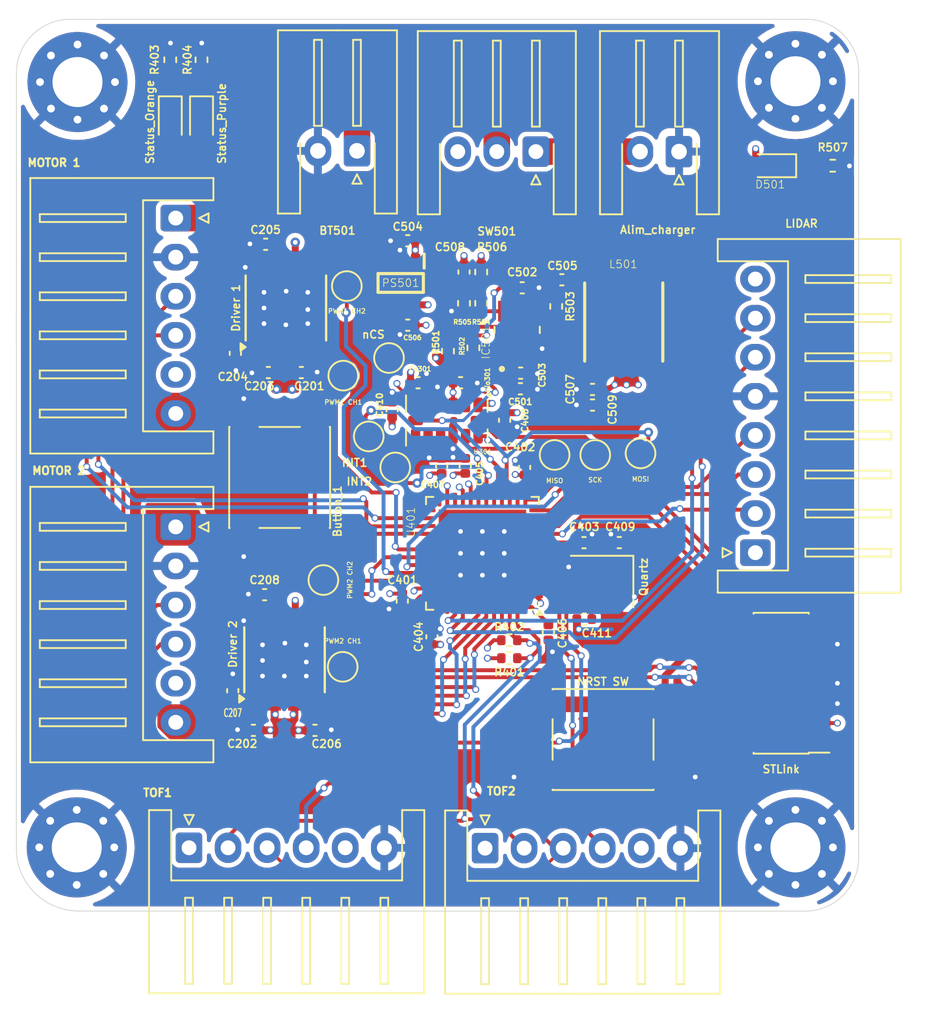
<source format=kicad_pcb>
(kicad_pcb (version 20240108) (generator "pcbnew") (generator_version "8.0")
  (layers (0 "F.Cu" signal) (1 "In1.Cu" signal) (2 "In2.Cu" signal) (31 "B.Cu" signal) (34 "B.Paste" user) (35 "F.Paste" user) (36 "B.SilkS" user "B.Silkscreen") (37 "F.SilkS" user "F.Silkscreen") (38 "B.Mask" user) (39 "F.Mask" user) (44 "Edge.Cuts" user))
  (net 0 "")
  (net 1 "INT_tof1")
  (net 2 "+3.3V")
  (net 3 "+VBAT")
  (net 4 "/motorisation Sheet/Motor1+")
  (net 5 "/motorisation Sheet/Motor1-")
  (net 6 "/motorisation Sheet/Motor2+")
  (net 7 "/motorisation Sheet/Motor2-")
  (net 8 "/brain Sheet/OSC_OUT")
  (net 9 "/brain Sheet/OSC_IN")
  (net 10 "/brain Sheet/NRST")
  (net 11 "+5V")
  (net 12 "PWM_MOT1_CH1")
  (net 13 "PWM_MOT1_CH2")
  (net 14 "PWM_MOT2_CH1")
  (net 15 "PWM_MOT2_CH2")
  (net 16 "/brain Sheet/status_Purple")
  (net 17 "/brain Sheet/status_Orange")
  (net 18 "Rx_lidar")
  (net 19 "DEV_EN")
  (net 20 "M_SCTR")
  (net 21 "M_EN")
  (net 22 "Tx_Lidar")
  (net 23 "Codeur1_PH1")
  (net 24 "Codeur1_PH2")
  (net 25 "Codeur2_PH2")
  (net 26 "Codeur2_PH1")
  (net 27 "/brain Sheet/TX_link")
  (net 28 "/brain Sheet/SWCLK")
  (net 29 "/brain Sheet/SWDIO")
  (net 30 "/brain Sheet/RX_link")
  (net 31 "SCL")
  (net 32 "SDA")
  (net 33 "INT_tof2")
  (net 34 "xshunt2")
  (net 35 "/brain Sheet/Button_1")
  (net 36 "MISO")
  (net 37 "nCS")
  (net 38 "MOSI")
  (net 39 "INT1_adx")
  (net 40 "INT2_adx")
  (net 41 "SCK")
  (net 42 "GND")
  (net 43 "xshunt1")
  (net 44 "Net-(IC501-VCC)")
  (net 45 "Net-(IC501-SW)")
  (net 46 "Net-(IC501-EN{slash}SYNC)")
  (net 47 "Net-(IC501-BST)")
  (net 48 "Net-(IC501-PG)")
  (net 49 "Net-(IC501-FB)")
  (net 50 "Net-(Alim_charger501-Pin_2)")
  (net 51 "Net-(BT501-+)")
  (net 52 "Net-(C505-Pad2)")
  (net 53 "Net-(C508-Pad2)")
  (net 56 "Net-(D401-K)")
  (net 57 "Net-(D402-K)")
  (net 58 "Net-(D501-K)")
  (footprint "Capacitor_SMD:C_0402_1005Metric" (layer "F.Cu") (at 151.4 82.7 -90)
    (property "Reference" "C508")
    (property "Value" "15pF")
  )
  (footprint "TestPoint:TestPoint_Pad_D1.5mm" (layer "F.Cu") (at 159.8 94.4)
    (property "Reference" "SCK")
    (property "Value" "TestPoint")
  )
  (footprint "Capacitor_SMD:C_0402_1005Metric" (layer "F.Cu") (at 148.458598 89.781528 180)
    (property "Reference" "Cs301")
    (property "Value" "1uF")
  )
  (footprint "Resistor_SMD:R_0402_1005Metric" (layer "F.Cu") (at 152 87.55 90)
    (property "Reference" "R502")
    (property "Value" "100k")
  )
  (footprint "Resistor_SMD:R_0402_1005Metric" (layer "F.Cu") (at 154.3 106.25 180)
    (property "Reference" "R402")
    (property "Value" "2.2k")
  )
  (footprint "TestPoint:TestPoint_Pad_D1.5mm" (layer "F.Cu") (at 145.303593 93.214735)
    (property "Reference" "INT1")
    (property "Value" "TestPoint")
  )
  (footprint "Capacitor_SMD:C_0402_1005Metric" (layer "F.Cu") (at 155.029216 89.167994)
    (property "Reference" "C503")
    (property "Value" "0.1uF")
  )
  (footprint "Resistor_SMD:R_0402_1005Metric" (layer "F.Cu") (at 132.6 69.125 90)
    (property "Reference" "R403")
    (property "Value" "1k")
  )
  (footprint "Resistor_SMD:R_0402_1005Metric" (layer "F.Cu") (at 152.5 84.7 90)
    (property "Reference" "R504")
    (property "Value" "16k")
  )
  (footprint "Capacitor_SMD:C_0402_1005Metric" (layer "F.Cu") (at 141.859 112.014)
    (property "Reference" "C206")
    (property "Value" "10uF")
  )
  (footprint "Capacitor_SMD:C_0402_1005Metric" (layer "F.Cu") (at 136.765814 87.9 -90)
    (property "Reference" "C204")
    (property "Value" "100n")
  )
  (footprint "Connector_JST:JST_XH_S3B-XH-A-1_1x03_P2.50mm_Horizontal" (layer "F.Cu") (at 156 75 180)
    (property "Reference" "SW501")
    (property "Value" "Switch")
  )
  (footprint "TestPoint:TestPoint_Pad_D1.5mm" (layer "F.Cu") (at 143.637 107.95)
    (property "Reference" "PWM2 CH1")
    (property "Value" "M2_PWM_FWD")
  )
  (footprint "Capacitor_SMD:C_0402_1005Metric" (layer "F.Cu") (at 147.8 80.7 180)
    (property "Reference" "C504")
    (property "Value" "1uF")
  )
  (footprint "MountingHole:MountingHole_3.2mm_M3_Pad_Via" (layer "F.Cu") (at 172.6125 70.5)
    (property "Reference" "H402" (hide yes))
    (property "Value" "~")
  )
  (footprint "Connector_JST:JST_XH_S2B-XH-A-1_1x02_P2.50mm_Horizontal" (layer "F.Cu") (at 165.1625 75 180)
    (property "Reference" "Alim_charger")
    (property "Value" "Conn_01x02")
  )
  (footprint "Connector_JST:JST_XH_S6B-XH-A_1x06_P2.50mm_Horizontal" (layer "F.Cu") (at 152.75 119.55)
    (property "Reference" "TOF2" (hide yes))
    (property "Value" "Conn_01x06")
  )
  (footprint "Button_Switch_SMD:SW_Push_1P1T_NO_6x6mm_H9.5mm" (layer "F.Cu") (at 139.599499 95.840125 -90)
    (property "Reference" "Button_1")
    (property "Value" "SW_Push")
  )
  (footprint "Button_Switch_SMD:SW_Push_1P1T_NO_6x6mm_H9.5mm" (layer "F.Cu") (at 160.3 112.6)
    (property "Reference" "NRST SW")
    (property "Value" "SW_Push")
  )
  (footprint "Capacitor_SMD:C_0402_1005Metric" (layer "F.Cu") (at 138.70495 80.925589 180)
    (property "Reference" "C205")
    (property "Value" "100n")
  )
  (footprint "MountingHole:MountingHole_3.2mm_M3_Pad_Via" (layer "F.Cu") (at 126.6625 70.55)
    (property "Reference" "H401" (hide yes))
    (property "Value" "~")
  )
  (footprint "Package_SO:Diodes_SO-8EP" (layer "F.Cu") (at 139.9125 107.5 90)
    (property "Reference" "Driver 2")
    (property "Value" "ZXBM5210-SP")
  )
  (footprint "Capacitor_SMD:C_0402_1005Metric" (layer "F.Cu") (at 151.48 95.1 -90)
    (property "Reference" "C405")
    (property "Value" "100 nF")
  )
  (footprint "Resistor_SMD:R_0402_1005Metric" (layer "F.Cu") (at 134.6 69.125 90)
    (property "Reference" "R404")
    (property "Value" "1k")
  )
  (footprint "Connector_PinHeader_1.27mm:PinHeader_2x07_P1.27mm_Vertical_SMD" (layer "F.Cu") (at 171.7 109 180)
    (property "Reference" "STLink")
    (property "Value" "Conn_ST_STDC14")
  )
  (footprint "Resistor_SMD:R_0402_1005Metric" (layer "F.Cu") (at 151.4 84.7 90)
    (property "Reference" "R505")
    (property "Value" "7.68k")
  )
  (footprint "Capacitor_SMD:C_0402_1005Metric" (layer "F.Cu") (at 146.8 91.5 -90)
    (property "Reference" "C410")
    (property "Value" "1u")
  )
  (footprint "Capacitor_SMD:C_0402_1005Metric" (layer "F.Cu") (at 159.1 104.9 180)
    (property "Reference" "C411")
    (property "Value" "10 pF")
  )
  (footprint "TestPoint:TestPoint_Pad_D1.5mm" (layer "F.Cu") (at 142.4 102.4)
    (property "Reference" "PWM2 CH2")
    (property "Value" "M2_PWM_REV")
  )
  (footprint "Capacitor_SMD:C_0402_1005Metric" (layer "F.Cu") (at 159.625 91.21 180)
    (property "Reference" "C509")
    (property "Value" "22uF")
  )
  (footprint "Capacitor_SMD:C_0402_1005Metric" (layer "F.Cu") (at 136.6 109.48 90)
    (property "Reference" "C207")
    (property "Value" "1uF")
  )
  (footprint "Connector_JST:JST_XH_S8B-XH-A_1x08_P2.50mm_Horizontal" (layer "F.Cu") (at 170.05 100.65 90)
    (property "Reference" "LIDAR")
    (property "Value" "Conn_01x08")
  )
  (footprint "Connector_JST:JST_XH_S2B-XH-A-1_1x02_P2.50mm_Horizontal" (layer "F.Cu") (at 144.55 74.95 180)
    (property "Reference" "BT501")
    (property "Value" "Battery_Cell")
  )
  (footprint "Capacitor_SMD:C_0402_1005Metric" (layer "F.Cu") (at 159.625 90.21 180)
    (property "Reference" "C507")
    (property "Value" "22uF")
  )
  (footprint "Resistor_SMD:R_0402_1005Metric" (layer "F.Cu") (at 150.371845 87.761885 -90)
    (property "Reference" "R501")
    (property "Value" "100k")
  )
  (footprint "Capacitor_SMD:C_0402_1005Metric" (layer "F.Cu") (at 154 92.18 90)
    (property "Reference" "C408")
    (property "Value" "10 nF")
  )
  (footprint "LED_SMD:LED_0603_1608Metric_Pad1.05x0.95mm_HandSolder" (layer "F.Cu") (at 171 75.9 180)
    (property "Reference" "D501")
    (property "Value" "LED_ON")
  )
  (footprint "Capacitor_SMD:C_0402_1005Metric" (layer "F.Cu") (at 138.637993 103.336441 180)
    (property "Reference" "C208")
    (property "Value" "1uF")
  )
  (footprint "Library:INDPM5050X200N" (layer "F.Cu") (at 161.625 85.9 -90)
    (property "Reference" "L501")
    (property "Value" "4.7uH" (hide yes))
  )
  (footprint "Package_SO:Diodes_SO-8EP" (layer "F.Cu") (at 140 85 90)
    (property "Reference" "Driver 1")
    (property "Value" "ZXBM5210-SP")
  )
  (footprint "Capacitor_SMD:C_0402_1005Metric" (layer "F.Cu") (at 151.18 89.781528)
    (property "Reference" "Cio301")
    (property "Value" "0.1uF")
  )
  (footprint "Connector_JST:JST_XH_S6B-XH-A_1x06_P2.50mm_Horizontal" (layer "F.Cu") (at 132.95 79.25 -90)
    (property "Reference" "J201" (hide yes))
    (property "Value" "Conn_01x06")
  )
  (footprint "Capacitor_SMD:C_0402_1005Metric" (layer "F.Cu") (at 149.35 106.03 90)
    (property "Reference" "C404")
    (property "Value" "100 nF")
  )
  (footprint "Package_LGA:LGA-14_3x5mm_P0.8mm_LayoutBorder1x6y" (layer "F.Cu") (at 150.3 92.2 -90)
    (property "Reference" "U301")
    (property "Value" "ADXL343")
  )
  (footprint "TestPoint:TestPoint_Pad_D1.5mm" (layer "F.Cu") (at 157.2 94.4 180)
    (property "Reference" "MISO")
    (property "Value" "TestPoint")
  )
  (footprint "Crystal:Crystal_SMD_3225-4Pin_3.2x2.5mm" (layer "F.Cu") (at 160.239689 102.5 180)
    (property "Reference" "Quartz")
    (property "Value" "Crystal_GND24_Small")
  )
  (footprint "Capacitor_SMD:C_0402_1005Metric" (layer "F.Cu") (at 147.45 103.75 -90)
    (property "Reference" "C401")
    (property "Value" "100 nF")
  )
  (footprint "Capacitor_SMD:C_0402_1005Metric" (layer "F.Cu") (at 138.877574 89.130233 180)
    (property "Reference" "C203")
    (property "Value" "10uF")
  )
  (footprint "Capacitor_SMD:C_0402_1005Metric" (layer "F.Cu") (at 159.079222 100.010362 180)
    (property "Reference" "C403")
    (property "Value" "100 nF")
  )
  (footprint "MountingHole:MountingHole_3.2mm_M3_Pad_Via" (layer "F.Cu") (at 126.6125 119.5)
    (property "Reference" "H404" (hide yes))
    (property "Value" "~")
  )
  (footprint "TestPoint:TestPoint_Pad_D1.5mm" (layer "F.Cu") (at 146.6 88.2)
    (property "Reference" "nCS")
    (property "Value" "TestPoint")
  )
  (footprint "Resistor_SMD:R_0402_1005Metric" (layer "F.Cu") (at 175 75.9)
    (property "Reference" "R507")
    (property "Value" "1k")
  )
  (footprint "LED_SMD:LED_0603_1608Metric_Pad1.05x0.95mm_HandSolder" (layer "F.Cu") (at 134.6 73.125 -90)
    (property "Reference" "Status_Purple")
    (property "Value" "LED_purple")
  )
  (footprint "Connector_JST:JST_XH_S6B-XH-A_1x06_P2.50mm_Horizontal" (layer "F.Cu") (at 132.95 99 -90)
    (property "Reference" "J202" (hide yes))
    (property "Value" "Conn_01x06")
  )
  (footprint "Capacitor_SMD:C_0402_1005Metric" (layer "F.Cu") (at 155.125 83.71 180)
    (property "Reference" "C502")
    (property "Value" "0.1uF")
  )
  (footprint "TestPoint:TestPoint_Pad_D1.5mm" (layer "F.Cu") (at 143.673142 89.327084)
    (property "Reference" "PWM1 CH1")
    (property "Value" "M1_PWM_FWD")
  )
  (footprint "Capacitor_SMD:C_0402_1005Metric" (layer "F.Cu") (at 155.278117 95.2 -90)
    (property "Reference" "C402")
    (property "Value" "1uF")
  )
  (footprint "TestPoint:TestPoint_Pad_D1.5mm" (layer "F.Cu") (at 162.7 94.3 180)
    (property "Reference" "MOSI")
    (property "Value" "TestPoint")
  )
  (footprint "Resistor_SMD:R_0402_1005Metric" (layer "F.Cu") (at 157.3 84.9 90)
    (property "Reference" "R503")
    (property "Value" "20")
  )
  (footprint "Capacitor_SMD:C_0402_1005Metric" (layer "F.Cu") (at 161.339689 100.006057 180)
    (property "Reference" "C409")
    (property "Value" "10 pF")
  )
  (footprint "Capacitor_SMD:C_0402_1005Metric" (layer "F.Cu") (at 149.97 95.1 90)
    (property "Reference" "C407")
    (property "Value" "4.7 uF")
  )
  (footprint "LED_SMD:LED_0603_1608Metric_Pad1.05x0.95mm_HandSolder" (layer "F.Cu") (at 132.6 73.125 -90)
    (property "Reference" "Status_Orange")
    (property "Value" "LED_status_orange")
  )
  (footprint "Resistor_SMD:R_0402_1005Metric" (layer "F.Cu") (at 154.3 107.4 180)
    (property "Reference" "R401")
    (property "Value" "3.3k")
  )
  (footprint "Connector_JST:JST_XH_S6B-XH-A_1x06_P2.50mm_Horizontal" (layer "F.Cu") (at 133.8 119.525)
    (property "Reference" "J302" (hide yes))
    (property "Value" "Conn_01x06")
  )
  (footprint "Library:SOT65P280X100-8N" (layer "F.Cu") (at 154.8 86.4 90)
    (property "Reference" "IC501")
    (property "Value" "MP1475DJ-LF-P")
  )
  (footprint "Capacitor_SMD:C_0402_1005Metric" (layer "F.Cu") (at 137.922 112.014 180)
    (property "Reference" "C202")
    (property "Value" "1uF")
  )
  (footprint "MountingHole:MountingHole_3.2mm_M3_Pad_Via" (layer "F.Cu") (at 172.6125 119.5)
    (property "Reference" "H403" (hide yes))
    (property "Value" "~")
  )
  (footprint "TestPoint:TestPoint_Pad_D1.5mm" (layer "F.Cu") (at 143.9 83.6)
    (property "Reference" "PWM1 CH2")
    (property "Value" "M1_PWM_REV")
  )
  (footprint "Library:SOT95P280X125-5N" (layer "F.Cu") (at 147.35 83.4 -90)
    (property "Reference" "PS501")
    (property "Value" "BU33SD5WG-TR" (hide yes))
  )
  (footprint "Capacitor_SMD:C_0402_1005Metric" (layer "F.Cu") (at 147.8 86.1 180)
    (property "Reference" "C506")
    (property "Value" "1uF")
  )
  (footprint "Capacitor_SMD:C_0402_1005Metric" (layer "F.Cu") (at 157.663245 83.195813 180)
    (property "Reference" "C505")
    (property "Value" "0.1uF")
  )
  (footprint "Capacitor_SMD:C_0402_1005Metric" (layer "F.Cu") (at 140.989352 89.130233)
    (property "Reference" "C201")
    (property "Value" "1uF")
  )
  (footprint "Package_DFN_QFN:QFN-48-1EP_7x7mm_P0.5mm_EP5.6x5.6mm" (layer "F.Cu") (at 152.577688 100.693226 180)
    (property "Reference" "U401")
    (property "Value" "STM32G431CBU6")
  )
  (footprint "Resistor_SMD:R_0402_1005Metric" (layer "F.Cu") (at 152.5 82.7 90)
    (property "Reference" "R506")
    (property "Value" "40.2k")
  )
  (footprint "Capacitor_SMD:C_0402_1005Metric" (layer "F.Cu") (at 155.009216 90.167994)
    (property "Reference" "C501")
    (property "Value" "22uF")
  )
  (footprint "TestPoint:TestPoint_Pad_D1.5mm" (layer "F.Cu") (at 147 95.2)
    (property "Reference" "INT2")
    (property "Value" "TestPoint")
  )
  (footprint "Capacitor_SMD:C_0402_1005Metric" (layer "F.Cu") (at 156.8 105.75 -90)
    (property "Reference" "C406")
    (property "Value" "100 nF")
  )
  (gr_arc (start 126.746 123.571) (mid 123.917466 122.399756) (end 122.745798 119.571398) (stroke (width 0.05)) (layer "Edge.Cuts"))
  (gr_line (start 126.161966 66.536988) (end 173.161966 66.536988) (stroke (width 0.05)) (layer "Edge.Cuts"))
  (gr_line (start 176.6625 70.05) (end 176.6625 120.05) (stroke (width 0.05)) (layer "Edge.Cuts"))
  (gr_arc (start 173.161966 66.536988) (mid 175.684242 67.524227) (end 176.6625 70.05) (stroke (width 0.05)) (layer "Edge.Cuts"))
  (gr_line (start 122.745798 119.571398) (end 122.750641 70.08448) (stroke (width 0.05)) (layer "Edge.Cuts"))
  (gr_line (start 173.161979 123.577097) (end 126.746 123.571) (stroke (width 0.05)) (layer "Edge.Cuts"))
  (gr_arc (start 122.750641 70.08448) (mid 123.712542 67.595521) (end 126.161966 66.536988) (stroke (width 0.05)) (layer "Edge.Cuts"))
  (gr_arc (start 176.662499 120.05) (mid 175.666599 122.562224) (end 173.161979 123.577097) (stroke (width 0.05)) (layer "Edge.Cuts"))
  (gr_text "TOF2\n" (at 152.8 116.2 0) (layer "F.SilkS") (effects (font (size 0.5 0.5) (thickness 0.125) (bold yes)) (justify left bottom)))
  (gr_text "TOF1" (at 130.8 116.3 0) (layer "F.SilkS") (effects (font (size 0.5 0.5) (thickness 0.125) (bold yes)) (justify left bottom)))
  (gr_text "MOTOR 2\n" (at 123.7 95.7 0) (layer "F.SilkS") (effects (font (size 0.5 0.5) (thickness 0.125) (bold yes)) (justify left bottom)))
  (gr_text "MOTOR 1\n" (at 123.4 76 0) (layer "F.SilkS") (effects (font (size 0.5 0.5) (thickness 0.125) (bold yes)) (justify left bottom)))
  (segment (start 160.25 119.45) (end 160.25 119.55) (width 0.25) (layer "F.Cu") (net 1))
  (segment (start 157.5 106.65) (end 157.5 103.940798) (width 0.25) (layer "F.Cu") (net 1))
  (segment (start 158.35 111.7) (end 158.35 117.55) (width 0.25) (layer "F.Cu") (net 1))
  (segment (start 157.5 103.940798) (end 156.502428 102.943226) (width 0.25) (layer "F.Cu") (net 1))
  (segment (start 156.502428 102.943226) (end 156.015188 102.943226) (width 0.25) (layer "F.Cu") (net 1))
  (segment (start 158.25 107.4) (end 157.5 106.65) (width 0.25) (layer "F.Cu") (net 1))
  (segment (start 158.35 117.55) (end 160.25 119.45) (width 0.25) (layer "F.Cu") (net 1))
  (via (at 158.25 107.4) (size 0.45) (drill 0.3) (layers "F.Cu" "B.Cu") (net 1))
  (via (at 158.35 111.7) (size 0.45) (drill 0.3) (layers "F.Cu" "B.Cu") (net 1))
  (segment (start 158.25 107.4) (end 158.35 107.5) (width 0.3) (layer "B.Cu") (net 1))
  (segment (start 158.35 107.5) (end 158.35 111.7) (width 0.25) (layer "B.Cu") (net 1))
  (segment (start 156.8 105.2) (end 156 104.4) (width 0.25) (layer "F.Cu") (net 2))
  (segment (start 153.2 91.1) (end 152.4 91.1) (width 0.45) (layer "F.Cu") (net 2))
  (segment (start 170.069136 74.814564) (end 170.069136 75.844136) (width 0.45) (layer "F.Cu") (net 2))
  (segment (start 151.69293 96.252357) (end 151.827688 96.387115) (width 0.25) (layer "F.Cu") (net 2))
  (segment (start 149.204913 95.711551) (end 149.336464 95.58) (width 0.25) (layer "F.Cu") (net 2))
  (segment (start 147.978598 89.121402) (end 147.978598 89.781528) (width 0.45) (layer "F.Cu") (net 2))
  (segment (start 150.831551 95.58) (end 151.48 95.58) (width 0.25) (layer "F.Cu") (net 2))
  (segment (start 152.9 106.75) (end 152.9 106.65) (width 0.25) (layer "F.Cu") (net 2))
  (segment (start 149.1 84.8) (end 148.3 84.8) (width 0.45) (layer "F.Cu") (net 2))
  (segment (start 156.3 103.728038) (end 156.015188 103.443226) (width 0.25) (layer "F.Cu") (net 2))
  (segment (start 156.8 105.27) (end 156.8 105.2) (width 0.25) (layer "F.Cu") (net 2))
  (segment (start 156 104.4) (end 155.730726 104.130726) (width 0.25) (layer "F.Cu") (net 2))
  (segment (start 155.730726 104.130726) (end 155.327688 104.130726) (width 0.25) (layer "F.Cu") (net 2))
  (segment (start 151.1 96.45) (end 151.327688 96.677688) (width 0.25) (layer "F.Cu") (net 2))
  (segment (start 147.108344 89.965881) (end 147.108344 89.827788) (width 0.2) (layer "F.Cu") (net 2))
  (segment (start 151.827688 96.387115) (end 151.827688 97.255726) (width 0.25) (layer "F.Cu") (net 2))
  (segment (start 170.069136 75.844136) (end 170.125 75.9) (width 0.45) (layer "F.Cu") (net 2))
  (segment (start 148.3 91.039883) (end 148.3 91.2) (width 0.25) (layer "F.Cu") (net 2))
  (segment (start 151.327688 96.677688) (end 151.327688 97.255726) (width 0.25) (layer "F.Cu") (net 2))
  (segment (start 175.3 111.551628) (end 173.661628 111.551628) (width 0.25) (layer "F.Cu") (net 2))
  (segment (start 150.7 89.781528) (end 150.7 90.4) (width 0.25) (layer "F.Cu") (net 2))
  (segment (start 146.65 103.27) (end 147.45 103.27) (width 0.25) (layer "F.Cu") (net 2))
  (segment (start 154.678117 95.65) (end 154.708117 95.68) (width 0.25) (layer "F.Cu") (net 2))
  (segment (start 154.8 91.7) (end 154 91.7) (width 0.45) (layer "F.Cu") (net 2))
  (segment (start 149.336464 95.58) (end 149.97 95.58) (width 0.25) (layer "F.Cu") (net 2))
  (segment (start 154.708117 95.68) (end 155.278117 95.68) (width 0.25) (layer "F.Cu") (net 2))
  (segment (start 148.971 86.1) (end 148.28 86.1) (width 0.25) (layer "F.Cu") (net 2))
  (segment (start 148.3 91.157537) (end 147.108344 89.965881) (width 0.2) (layer "F.Cu") (net 2))
  (segment (start 146.8 92.6) (end 146.8 91.98) (width 0.45) (layer "F.Cu") (net 2))
  (segment (start 152.4 91.1) (end 152.3 91.2) (width 0.45) (layer "F.Cu") (net 2))
  (segment (start 148.3 91.2) (end 148.3 91.157537) (width 0.2) (layer "F.Cu") (net 2))
  (segment (start 150.7 91.2) (end 150.7 90.4) (width 0.25) (layer "F.Cu") (net 2))
  (segment (start 149.88 106.51) (end 149.9 106.53) (width 0.45) (layer "F.Cu") (net 2))
  (segment (start 173.661628 111.551628) (end 173.65 111.54) (width 0.25) (layer "F.Cu") (net 2))
  (segment (start 148 89.1) (end 147.978598 89.121402) (width 0.45) (layer "F.Cu") (net 2))
  (segment (start 153.79 107.4) (end 152.9 107.4) (width 0.25) (layer "F.Cu") (net 2))
  (segment (start 150.7 95.711551) (end 150.831551 95.58) (width 0.25) (layer "F.Cu") (net 2))
  (segment (start 156.3 103.9) (end 156.3 103.728038) (width 0.25) (layer "F.Cu") (net 2))
  (segment (start 149.35 106.51) (end 149.88 106.51) (width 0.45) (layer "F.Cu") (net 2))
  (segment (start 148.293226 102.943226) (end 149.140188 102.943226) (width 0.25) (layer "F.Cu") (net 2))
  (segment (start 153.3 106.25) (end 153.79 106.25) (width 0.25) (layer "F.Cu") (net 2))
  (segment (start 152.9 106.65) (end 153.3 106.25) (width 0.25) (layer "F.Cu") (net 2))
  (segment (start 150.327688 96.377688) (end 150.327688 97.255726) (width 0.25) (layer "F.Cu") (net 2))
  (via (at 149.9 106.53) (size 0.45) (drill 0.3) (layers "F.Cu" "B.Cu") (net 2))
  (via (at 149.1 84.8) (size 0.45) (drill 0.3) (layers "F.Cu" "B.Cu") (net 2))
  (via (at 156.3 103.9) (size 0.45) (drill 0.3) (layers "F.Cu" "B.Cu") (net 2))
  (via (at 147.108344 89.827788) (size 0.45) (drill 0.3) (layers "F.Cu" "B.Cu") (net 2))
  (via (at 148.971 86.1) (size 0.45) (drill 0.3) (layers "F.Cu" "B.Cu") (net 2))
  (via (at 170.069136 74.814564) (size 0.45) (drill 0.3) (layers "F.Cu" "B.Cu") (net 2))
  (via (at 154.8 91.7) (size 0.45) (drill 0.3) (layers "F.Cu" "B.Cu") (net 2))
  (via (at 146.8 92.6) (size 0.45) (drill 0.3) (layers "F.Cu" "B.Cu") (net 2))
  (via (at 146.65 103.27) (size 0.45) (drill 0.3) (layers "F.Cu" "B.Cu") (net 2))
  (via (at 148.2 103.1) (size 0.45) (drill 0.3) (layers "F.Cu" "B.Cu") (net 2))
  (via (at 148 89.1) (size 0.45) (drill 0.3) (layers "F.Cu" "B.Cu") (net 2))
  (via (at 154.678117 95.65) (size 0.45) (drill 0.3) (layers "F.Cu" "B.Cu") (net 2))
  (via (at 150.7 95.711551) (size 0.45) (drill 0.3) (layers "F.Cu" "B.Cu") (net 2))
  (via (at 150.327688 96.377688) (size 0.45) (drill 0.3) (layers "F.Cu" "B.Cu") (net 2))
  (via (at 153.2 91.1) (size 0.45) (drill 0.3) (layers "F.Cu" "B.Cu") (net 2))
  (via (at 151.69293 96.252357) (size 0.45) (drill 0.3) (layers "F.Cu" "B.Cu") (net 2))
  (via (at 175.3 111.551628) (size 0.45) (drill 0.3) (layers "F.Cu" "B.Cu") (net 2))
  (via (at 149.204913 95.711551) (size 0.45) (drill 0.3) (layers "F.Cu" "B.Cu") (net 2))
  (via (at 156 104.4) (size 0.45) (drill 0.3) (layers "F.Cu" "B.Cu") (net 2))
  (via (at 152.9 106.75) (size 0.45) (drill 0.3) (layers "F.Cu" "B.Cu") (net 2))
  (via (at 151.1 96.45) (size 0.45) (drill 0.3) (layers "F.Cu" "B.Cu") (net 2))
  (via (at 150.7 90.4) (size 0.45) (drill 0.3) (layers "F.Cu" "B.Cu") (net 2))
  (via (at 152.9 107.4) (size 0.45) (drill 0.3) (layers "F.Cu" "B.Cu") (net 2))
  (segment (start 154.475 87.59) (end 154.475 89.093778) (width 0.25) (layer "F.Cu") (net 3))
  (segment (start 154.475 89.093778) (end 154.549216 89.167994) (width 0.25) (layer "F.Cu") (net 3))
  (segment (start 140.509352 89.130233) (end 140.509352 90.090648) (width 0.45) (layer "F.Cu") (net 3))
  (segment (start 140.6 80.8) (end 140.6 82.4675) (width 0.45) (layer "F.Cu") (net 3))
  (segment (start 140.815 112.014) (end 141.379 112.014) (width 0.45) (layer "F.Cu") (net 3))
  (segment (start 140.5475 110.9125) (end 140.462 110.998) (width 0.2) (layer "F.Cu") (net 3))
  (segment (start 139.004159 112.003593) (end 138.993752 112.014) (width 0.45) (layer "F.Cu") (net 3))
  (segment (start 150.371845 88.271885) (end 149.671885 88.271885) (width 0.25) (layer "F.Cu") (net 3))
  (segment (start 139.357574 90.157574) (end 139.4 90.2) (width 0.45) (layer "F.Cu") (net 3))
  (segment (start 139.2775 110.9565) (end 139.319 110.998) (width 0.2) (layer "F.Cu") (net 3))
  (segment (start 139.2775 109.9975) (end 139.2775 110.9565) (width 0.2) (layer "F.Cu") (net 3))
  (segment (start 140.509352 90.090648) (end 140.4 90.2) (width 0.45) (layer "F.Cu") (net 3))
  (segment (start 140.6 82.4675) (end 140.635 82.5025) (width 0.45) (layer "F.Cu") (net 3))
  (segment (start 139.357574 89.130233) (end 139.357574 90.157574) (width 0.45) (layer "F.Cu") (net 3))
  (segment (start 149.671885 88.271885) (end 149.6 88.2) (width 0.25) (layer "F.Cu") (net 3))
  (segment (start 138.993752 112.014) (end 138.402 112.014) (width 0.45) (layer "F.Cu") (net 3))
  (segment (start 140.6 103.7) (end 140.6 104.95) (width 0.45) (layer "F.Cu") (net 3))
  (segment (start 140.6 104.95) (end 140.5475 105.0025) (width 0.45) (layer "F.Cu") (net 3))
  (segment (start 140.5475 109.9975) (end 140.5475 110.9125) (width 0.2) (layer "F.Cu") (net 3))
  (via (at 139.4 90.2) (size 0.6) (drill 0.3) (layers "F.Cu" "B.Cu") (net 3))
  (via (at 139.319 110.998) (size 0.45) (drill 0.3) (layers "F.Cu" "B.Cu") (net 3))
  (via (at 140.6 103.7) (size 0.45) (drill 0.3) (layers "F.Cu" "B.Cu") (net 3))
  (via (at 140.4 90.2) (size 0.6) (drill 0.3) (layers "F.Cu" "B.Cu") (net 3))
  (via (at 139.004159 112.003593) (size 0.45) (drill 0.3) (layers "F.Cu" "B.Cu") (net 3))
  (via (at 140.815 112.014) (size 0.45) (drill 0.3) (layers "F.Cu" "B.Cu") (net 3))
  (via (at 140.6 80.8) (size 0.6) (drill 0.3) (layers "F.Cu" "B.Cu") (net 3))
  (via (at 140.462 110.998) (size 0.45) (drill 0.3) (layers "F.Cu" "B.Cu") (net 3))
  (via (at 149.6 88.2) (size 0.45) (drill 0.3) (layers "F.Cu" "B.Cu") (net 3))
  (segment (start 156.893226 100.7) (end 160.5 100.7) (width 0.25) (layer "F.Cu") (net 8))
  (segment (start 161.339689 101.65) (end 161.819689 101.17) (width 0.25) (layer "F.Cu") (net 8))
  (segment (start 161.819689 101.17) (end 161.819689 100.006057) (width 0.25) (layer "F.Cu") (net 8))
  (segment (start 160.5 100.7) (end 161.339689 101.539689) (width 0.25) (layer "F.Cu") (net 8))
  (segment (start 161.339689 101.539689) (end 161.339689 101.65) (width 0.25) (layer "F.Cu") (net 8))
  (segment (start 156.65 100.943226) (end 156.893226 100.7) (width 0.25) (layer "F.Cu") (net 8))
  (segment (start 156.015188 100.943226) (end 156.65 100.943226) (width 0.25) (layer "F.Cu") (net 8))
  (segment (start 156.643226 101.443226) (end 158.55 103.35) (width 0.25) (layer "F.Cu") (net 9))
  (segment (start 158.55 103.35) (end 159.139689 103.35) (width 0.25) (layer "F.Cu") (net 9))
  (segment (start 159.139689 103.35) (end 159.55 103.760311) (width 0.25) (layer "F.Cu") (net 9))
  (segment (start 159.55 104.87) (end 159.58 104.9) (width 0.25) (layer "F.Cu") (net 9))
  (segment (start 156.015188 101.443226) (end 156.643226 101.443226) (width 0.25) (layer "F.Cu") (net 9))
  (segment (start 159.55 103.760311) (end 159.55 104.87) (width 0.25) (layer "F.Cu") (net 9))
  (segment (start 156.513604 100.443226) (end 156.015188 100.443226) (width 0.25) (layer "F.Cu") (net 10))
  (segment (start 163.25 98.35) (end 158.886396 98.35) (width 0.25) (layer "F.Cu") (net 10))
  (segment (start 156.946468 100.010362) (end 156.513604 100.443226) (width 0.25) (layer "F.Cu") (net 10))
  (segment (start 156.95683 100) (end 156.946468 100.010362) (width 0.25) (layer "F.Cu") (net 10))
  (segment (start 158.599222 100.010362) (end 158.58886 100) (width 0.25) (layer "F.Cu") (net 10))
  (segment (start 158.58886 100) (end 156.95683 100) (width 0.25) (layer "F.Cu") (net 10))
  (segment (start 158.886396 98.35) (end 158.599222 98.637174) (width 0.25) (layer "F.Cu") (net 10))
  (segment (start 158.599222 98.637174) (end 158.599222 100.010362) (width 0.25) (layer "F.Cu") (net 10))
  (segment (start 169.75 106.46) (end 168.81 106.46) (width 0.25) (layer "F.Cu") (net 10))
  (segment (start 164.275 110.35) (end 164.275 108.525) (width 0.45) (layer "F.Cu") (net 10))
  (segment (start 156.325 110.35) (end 164.275 110.35) (width 1) (layer "F.Cu") (net 10))
  (segment (start 168.15 103.25) (end 163.25 98.35) (width 0.25) (layer "F.Cu") (net 10))
  (segment (start 168.15 105.8) (end 168.15 103.25) (width 0.25) (layer "F.Cu") (net 10))
  (segment (start 156.946468 100.010362) (end 156.989638 100.010362) (width 0.25) (layer "F.Cu") (net 10))
  (segment (start 164.275 108.525) (end 166.34 106.46) (width 0.45) (layer "F.Cu") (net 10))
  (segment (start 168.81 106.46) (end 168.15 105.8) (width 0.25) (layer "F.Cu") (net 10))
  (segment (start 166.34 106.46) (end 169.75 106.46) (width 0.45) (layer "F.Cu") (net 10))
  (segment (start 148.28 80.7) (end 148.28 81.3) (width 0.45) (layer "F.Cu") (net 11))
  (segment (start 148.28 81.3) (end 148.28 81.98) (width 0.45) (layer "F.Cu") (net 11))
  (segment (start 160.105 90.21) (end 160.754 90.21) (width 0.2) (layer "F.Cu") (net 11))
  (segment (start 148.28 81.98) (end 148.3 82) (width 0.45) (layer "F.Cu") (net 11))
  (segment (start 148.3 82.7) (end 147.9 83.1) (width 0.3) (layer "F.Cu") (net 11))
  (segment (start 146.4 82.7) (end 146.4 82) (width 0.3) (layer "F.Cu") (net 11))
  (segment (start 146.8 83.1) (end 146.4 82.7) (width 0.3) (layer "F.Cu") (net 11))
  (segment (start 160.754 90.21) (end 161.048 89.916) (width 0.2) (layer "F.Cu") (net 11))
  (segment (start 152.5 81.65) (end 152.5 82.19) (width 0.45) (layer "F.Cu") (net 11))
  (segment (start 151.4 81.65) (end 151.4 82.22) (width 0.45) (layer "F.Cu") (net 11))
  (segment (start 147.9 83.1) (end 146.8 83.1) (width 0.3) (layer "F.Cu") (net 11))
  (segment (start 148.3 82) (end 148.3 82.7) (width 0.3) (layer "F.Cu") (net 11))
  (via (at 151.4 81.65) (size 0.45) (drill 0.3) (layers "F.Cu" "B.Cu") (net 11))
  (via (at 161.798 89.916) (size 0.45) (drill 0.3) (layers "F.Cu" "B.Cu") (net 11))
  (via (at 162.548 89.916) (size 0.45) (drill 0.3) (layers "F.Cu" "B.Cu") (net 11))
  (via (at 148.28 81.3) (size 0.45) (drill 0.3) (layers "F.Cu" "B.Cu") (net 11))
  (via (at 161.048 89.916) (size 0.45) (drill 0.3) (layers "F.Cu" "B.Cu") (net 11))
  (via (at 152.5 81.65) (size 0.45) (drill 0.3) (layers "F.Cu" "B.Cu") (net 11))
  (segment (start 149.140188 100.443226) (end 147.193226 100.443226) (width 0.25) (layer "F.Cu") (net 12))
  (segment (start 147.05 96.8) (end 145.5 96.8) (width 0.25) (layer "F.Cu") (net 12))
  (segment (start 143.7 89.353942) (end 143.673142 89.327084) (width 0.25) (layer "F.Cu") (net 12))
  (segment (start 143.673142 89.265642) (end 141.905 87.4975) (width 0.25) (layer "F.Cu") (net 12))
  (segment (start 143.2 94.5) (end 143.2 90.9) (width 0.25) (layer "F.Cu") (net 12))
  (segment (start 145.5 96.8) (end 143.2 94.5) (width 0.25) (layer "F.Cu") (net 12))
  (segment (start 147.193226 100.443226) (end 147 100.25) (width 0.25) (layer "F.Cu") (net 12))
  (segment (start 143.673142 89.327084) (end 143.673142 89.265642) (width 0.25) (layer "F.Cu") (net 12))
  (segment (start 143.7 90.4) (end 143.7 89.353942) (width 0.25) (layer "F.Cu") (net 12))
  (segment (start 143.2 90.9) (end 143.7 90.4) (width 0.25) (layer "F.Cu") (net 12))
  (via (at 147 100.25) (size 0.45) (drill 0.3) (layers "F.Cu" "B.Cu") (net 12))
  (via (at 147.05 96.8) (size 0.45) (drill 0.3) (layers "F.Cu" "B.Cu") (net 12))
  (segment (start 147.05 96.8) (end 147.05 100.2) (width 0.25) (layer "B.Cu") (net 12))
  (segment (start 147.05 100.2) (end 147 100.25) (width 0.25) (layer "B.Cu") (net 12))
  (segment (start 143.9 83.6) (end 143.9 85.25) (width 0.25) (layer "F.Cu") (net 13))
  (segment (start 146.48118 101.943226) (end 149.140188 101.943226) (width 0.25) (layer "F.Cu") (net 13))
  (segment (start 146.4 101.862046) (end 146.48118 101.943226) (width 0.25) (layer "F.Cu") (net 13))
  (segment (start 143.9 85.25) (end 143.85 85.3) (width 0.25) (layer "F.Cu") (net 13))
  (segment (start 142.8025 82.5025) (end 141.905 82.5025) (width 0.25) (layer "F.Cu") (net 13))
  (segment (start 143.9 83.6) (end 142.8025 82.5025) (width 0.25) (layer "F.Cu") (net 13))
  (via (at 146.4 101.862046) (size 0.45) (drill 0.3) (layers "F.Cu" "B.Cu") (net 13))
  (via (at 143.85 85.3) (size 0.6) (drill 0.3) (layers "F.Cu" "B.Cu") (net 13))
  (segment (start 146.25 101.712046) (end 146.4 101.862046) (width 0.25) (layer "B.Cu") (net 13))
  (segment (start 143.85 85.3) (end 143.85 87.45) (width 0.25) (layer "B.Cu") (net 13))
  (segment (start 143.7 91.35) (end 143.7 94.3) (width 0.25) (layer "B.Cu") (net 13))
  (segment (start 146.25 96.85) (end 146.25 101.712046) (width 0.25) (layer "B.Cu") (net 13))
  (segment (start 145.1 88.7) (end 145.1 89.95) (width 0.25) (layer "B.Cu") (net 13))
  (segment (start 143.7 94.3) (end 146.25 96.85) (width 0.25) (layer "B.Cu") (net 13))
  (segment (start 145.1 89.95) (end 143.7 91.35) (width 0.25) (layer "B.Cu") (net 13))
  (segment (start 143.85 87.45) (end 145.1 88.7) (width 0.25) (layer "B.Cu") (net 13))
  (segment (start 147.85 100.95) (end 147.564688 100.95) (width 0.25) (layer "F.Cu") (net 14))
  (segment (start 141.8175 109.7695) (end 141.8175 109.9975) (width 0.25) (layer "F.Cu") (net 14))
  (segment (start 143.637 107.95) (end 141.8175 109.7695) (width 0.25) (layer "F.Cu") (net 14))
  (segment (start 149.140188 100.943226) (end 147.856774 100.943226) (width 0.25) (layer "F.Cu") (net 14))
  (segment (start 147.856774 100.943226) (end 147.85 100.95) (width 0.25) (layer "F.Cu") (net 14))
  (segment (start 146.356774 100.943226) (end 145.5 101.8) (width 0.25) (layer "F.Cu") (net 14))
  (segment (start 147.557914 100.943226) (end 146.356774 100.943226) (width 0.25) (layer "F.Cu") (net 14))
  (segment (start 147.564688 100.95) (end 147.557914 100.943226) (width 0.25) (layer "F.Cu") (net 14))
  (segment (start 143.637 104.14) (end 143.637 107.95) (width 0.25) (layer "F.Cu") (net 14))
  (segment (start 145.5 103.3) (end 144.477 103.3) (width 0.25) (layer "F.Cu") (net 14))
  (segment (start 141.92 110.1) (end 141.8175 109.9975) (width 0.25) (layer "F.Cu") (net 14))
  (segment (start 144.477 103.3) (end 143.637 104.14) (width 0.25) (layer "F.Cu") (net 14))
  (via (at 145.5 101.8) (size 0.45) (drill 0.3) (layers "F.Cu" "B.Cu") (net 14))
  (via (at 145.5 103.3) (size 0.45) (drill 0.3) (layers "F.Cu" "B.Cu") (net 14))
  (segment (start 145.5 101.8) (end 145.5 103.3) (width 0.25) (layer "B.Cu") (net 14))
  (segment (start 145.5 103.3) (end 145.5 103.1) (width 0.25) (layer "B.Cu") (net 14))
  (segment (start 149.140188 102.443226) (end 142.356774 102.443226) (width 0.25) (layer "F.Cu") (net 15))
  (segment (start 141.8175 102.9825) (end 141.8175 105.0025) (width 0.25) (layer "F.Cu") (net 15))
  (segment (start 142.356774 102.443226) (end 141.8175 102.9825) (width 0.25) (layer "F.Cu") (net 15))
  (segment (start 142.4 102.4) (end 141.8175 102.9825) (width 0.25) (layer "F.Cu") (net 15))
  (segment (start 145.15 97.4) (end 145.15 98.702818) (width 0.25) (layer "F.Cu") (net 16))
  (segment (start 144.95 97.2) (end 145.15 97.4) (width 0.25) (layer "F.Cu") (net 16))
  (segment (start 149.11719 98.966224) (end 149.140188 98.943226) (width 0.25) (layer "F.Cu") (net 16))
  (segment (start 134.35 74) (end 134.6 74) (width 0.25) (layer "F.Cu") (net 16))
  (segment (start 145.413406 98.966224) (end 149.11719 98.966224) (width 0.25) (layer "F.Cu") (net 16))
  (segment (start 145.15 98.702818) (end 145.413406 98.966224) (width 0.25) (layer "F.Cu") (net 16))
  (segment (start 128 80.35) (end 134.35 74) (width 0.25) (layer "F.Cu") (net 16))
  (segment (start 128 95) (end 128 80.35) (width 0.25) (layer "F.Cu") (net 16))
  (via (at 128 95) (size 0.45) (drill 0.3) (layers "F.Cu" "B.Cu") (net 16))
  (via (at 144.95 97.2) (size 0.45) (drill 0.3) (layers "F.Cu" "B.Cu") (net 16))
  (segment (start 130.3 97.3) (end 128 95) (width 0.25) (layer "B.Cu") (net 16))
  (segment (start 144.85 97.3) (end 130.3 97.3) (width 0.25) (layer "B.Cu") (net 16))
  (segment (start 144.95 97.2) (end 144.85 97.3) (width 0.25) (layer "B.Cu") (net 16))
  (segment (start 127.25 95.15) (end 127.25 79.35) (width 0.25) (layer "F.Cu") (net 17))
  (segment (start 145.7 98.441224) (end 145.97018 98.441224) (width 0.25) (layer "F.Cu") (net 17))
  (segment (start 145.972182 98.443226) (end 149.140188 98.443226) (width 0.25) (layer "F.Cu") (net 17))
  (segment (start 145.97018 98.441224) (end 145.972182 98.443226) (width 0.25) (layer "F.Cu") (net 17))
  (segment (start 127.25 79.35) (end 132.6 74) (width 0.25) (layer "F.Cu") (net 17))
  (via (at 145.7 98.441224) (size 0.45) (drill 0.3) (layers "F.Cu" "B.Cu") (net 17))
  (via (at 127.25 95.15) (size 0.45) (drill 0.3) (layers "F.Cu" "B.Cu") (net 17))
  (segment (start 129.85 97.75) (end 144.972182 97.75) (width 0.25) (layer "B.Cu") (net 17))
  (segment (start 127.25 95.15) (end 129.85 97.75) (width 0.25) (layer "B.Cu") (net 17))
  (segment (start 144.972182 97.75) (end 145.663406 98.441224) (width 0.25) (layer "B.Cu") (net 17))
  (segment (start 145.663406 98.441224) (end 145.7 98.441224) (width 0.25) (layer "B.Cu") (net 17))
  (segment (start 166.65 95.15) (end 166.55 95.05) (width 0.25) (layer "F.Cu") (net 18))
  (segment (start 150.519078 105.634763) (end 151.327688 104.826153) (width 0.25) (layer "F.Cu") (net 18))
  (segment (start 150.517578 105.634763) (end 150.519078 105.634763) (width 0.25) (layer "F.Cu") (net 18))
  (segment (start 166.55 91.65) (end 170.05 88.15) (width 0.25) (layer "F.Cu") (net 18))
  (segment (start 151.327688 104.826153) (end 151.327688 104.130726) (width 0.25) (layer "F.Cu") (net 18))
  (segment (start 166.55 95.05) (end 166.55 91.65) (width 0.25) (layer "F.Cu") (net 18))
  (via (at 150.517578 105.634763) (size 0.45) (drill 0.3) (layers "F.Cu" "B.Cu") (net 18))
  (via (at 166.65 95.15) (size 0.45) (drill 0.3) (layers "F.Cu" "B.Cu") (net 18))
  (segment (start 166.65 100.529566) (end 166.65 95.15) (width 0.25) (layer "B.Cu") (net 18))
  (segment (start 158.158273 105.736091) (end 158.521397 106.099215) (width 0.25) (layer "B.Cu") (net 18))
  (segment (start 150.517578 105.634763) (end 150.618906 105.736091) (width 0.25) (layer "B.Cu") (net 18))
  (segment (start 150.618906 105.736091) (end 158.158273 105.736091) (width 0.25) (layer "B.Cu") (net 18))
  (segment (start 158.521397 106.099215) (end 161.080351 106.099215) (width 0.25) (layer "B.Cu") (net 18))
  (segment (start 161.080351 106.099215) (end 166.65 100.529566) (width 0.25) (layer "B.Cu") (net 18))
  (segment (start 167.7 96.9) (end 168.95 95.65) (width 0.25) (layer "F.Cu") (net 19))
  (segment (start 156.015188 97.943226) (end 157.006774 97.943226) (width 0.25) (layer "F.Cu") (net 19))
  (segment (start 157.006774 97.943226) (end 158.05 96.9) (width 0.25) (layer "F.Cu") (net 19))
  (segment (start 168.95 95.65) (end 170.05 95.65) (width 0.25) (layer "F.Cu") (net 19))
  (segment (start 158.05 96.9) (end 167.7 96.9) (width 0.25) (layer "F.Cu") (net 19))
  (segment (start 166.35 96.45) (end 169.65 93.15) (width 0.25) (layer "F.Cu") (net 20))
  (segment (start 157.236091 96.936091) (end 157.722182 96.45) (width 0.25) (layer "F.Cu") (net 20))
  (segment (start 157.722182 96.45) (end 166.35 96.45) (width 0.25) (layer "F.Cu") (net 20))
  (segment (start 147.85 101.443226) (end 147.75 101.543226) (width 0.25) (layer "F.Cu") (net 20))
  (segment (start 149.140188 101.443226) (end 147.85 101.443226) (width 0.25) (layer "F.Cu") (net 20))
  (segment (start 169.65 93.15) (end 170.05 93.15) (width 0.25) (layer "F.Cu") (net 20))
  (via (at 147.75 101.55) (size 0.45) (drill 0.3) (layers "F.Cu" "B.Cu") (net 20))
  (via (at 157.236091 96.936091) (size 0.45) (drill 0.3) (layers "F.Cu" "B.Cu") (net 20))
  (segment (start 147.85 100.105051) (end 150.255051 97.7) (width 0.25) (layer "B.Cu") (net 20))
  (segment (start 147.85 101.393603) (end 147.85 100.105051) (width 0.25) (layer "B.Cu") (net 20))
  (segment (start 157.236091 97.013909) (end 157.236091 96.936091) (width 0.25) (layer "B.Cu") (net 20))
  (segment (start 156.55 97.7) (end 157.236091 97.013909) (width 0.25) (layer "B.Cu") (net 20))
  (segment (start 150.255051 97.7) (end 156.55 97.7) (width 0.25) (layer "B.Cu") (net 20))
  (segment (start 169.8 97.9) (end 170.05 98.15) (width 0.25) (layer "F.Cu") (net 21))
  (segment (start 157.7 99.45) (end 156.856774 99.45) (width 0.25) (layer "F.Cu") (net 21))
  (segment (start 156.856774 99.45) (end 156.85 99.443226) (width 0.25) (layer "F.Cu") (net 21))
  (segment (start 165.213909 97.836091) (end 165.277818 97.9) (width 0.25) (layer "F.Cu") (net 21))
  (segment (start 156.015188 99.443226) (end 156.85 99.443226) (width 0.25) (layer "F.Cu") (net 21))
  (segment (start 156.85 99.443226) (end 157.043226 99.443226) (width 0.25) (layer "F.Cu") (net 21))
  (segment (start 165.277818 97.9) (end 169.8 97.9) (width 0.25) (layer "F.Cu") (net 21))
  (via (at 165.213909 97.836091) (size 0.45) (drill 0.3) (layers "F.Cu" "B.Cu") (net 21))
  (via (at 157.7 99.45) (size 0.45) (drill 0.3) (layers "F.Cu" "B.Cu") (net 21))
  (segment (start 163.95 98.65) (end 164.763909 97.836091) (width 0.25) (layer "B.Cu") (net 21))
  (segment (start 157.7 99.45) (end 158.5 98.65) (width 0.25) (layer "B.Cu") (net 21))
  (segment (start 158.5 98.65) (end 163.95 98.65) (width 0.25) (layer "B.Cu") (net 21))
  (segment (start 164.763909 97.836091) (end 165.213909 97.836091) (width 0.25) (layer "B.Cu") (net 21))
  (segment (start 166 95.9) (end 166 89.7) (width 0.25) (layer "F.Cu") (net 22))
  (segment (start 150.552428 104.893226) (end 150.827688 104.617966) (width 0.25) (layer "F.Cu") (net 22))
  (segment (start 150.827688 104.617966) (end 150.827688 104.130726) (width 0.25) (layer "F.Cu") (net 22))
  (segment (start 150.482797 104.893226) (end 150.552428 104.893226) (width 0.25) (layer "F.Cu") (net 22))
  (segment (start 150.383608 104.992415) (end 150.482797 104.893226) (width 0.25) (layer "F.Cu") (net 22))
  (segment (start 166 89.7) (end 170.05 85.65) (width 0.25) (layer "F.Cu") (net 22))
  (via (at 150.383608 104.992415) (size 0.45) (drill 0.3) (layers "F.Cu" "B.Cu") (net 22))
  (via (at 166 95.9) (size 0.45) (drill 0.3) (layers "F.Cu" "B.Cu") (net 22))
  (via (at 166 95.9) (size 0.45) (drill 0.3) (layers "F.Cu" "B.Cu") (net 22))
  (segment (start 158.521397 104.999215) (end 158.977033 104.999215) (width 0.25) (layer "B.Cu") (net 22))
  (segment (start 150.383608 104.992415) (end 150.391193 105) (width 0.25) (layer "B.Cu") (net 22))
  (segment (start 158.520612 105) (end 158.521397 104.999215) (width 0.25) (layer "B.Cu") (net 22))
  (segment (start 150.391193 105) (end 158.520612 105) (width 0.25) (layer "B.Cu") (net 22))
  (segment (start 158.977818 105) (end 161.54317 105) (width 0.25) (layer "B.Cu") (net 22))
  (segment (start 158.977033 104.999215) (end 158.977818 105) (width 0.25) (layer "B.Cu") (net 22))
  (segment (start 166 100.54317) (end 166 95.9) (width 0.25) (layer "B.Cu") (net 22))
  (segment (start 161.54317 105) (end 166 100.54317) (width 0.25) (layer "B.Cu") (net 22))
  (segment (start 131.3 86.75) (end 132.95 86.75) (width 0.25) (layer "F.Cu") (net 23))
  (segment (start 150.927166 110.372834) (end 150.904332 110.35) (width 0.25) (layer "F.Cu") (net 23))
  (segment (start 152.327688 104.622312) (end 152.327688 104.130726) (width 0.25) (layer "F.Cu") (net 23))
  (segment (start 147.384314 110.35) (end 143.734314 114) (width 0.25) (layer "F.Cu") (net 23))
  (segment (start 150.665424 106.284576) (end 152.327688 104.622312) (width 0.25) (layer "F.Cu") (net 23))
  (segment (start 143.734314 114) (end 131.15 114) (width 0.25) (layer "F.Cu") (net 23))
  (segment (start 129.6 112.45) (end 129.6 88.45) (width 0.25) (layer "F.Cu") (net 23))
  (segment (start 129.6 88.45) (end 131.3 86.75) (width 0.25) (layer "F.Cu") (net 23))
  (segment (start 131.15 114) (end 129.6 112.45) (width 0.25) (layer "F.Cu") (net 23))
  (segment (start 150.904332 110.35) (end 147.384314 110.35) (width 0.25) (layer "F.Cu") (net 23))
  (via (at 150.927166 110.372834) (size 0.45) (drill 0.3) (layers "F.Cu" "B.Cu") (net 23))
  (via (at 150.501887 106.284576) (size 0.45) (drill 0.3) (layers "F.Cu" "B.Cu") (net 23))
  (segment (start 150.927166 107.177166) (end 150.501887 106.751887) (width 0.25) (layer "B.Cu") (net 23))
  (segment (start 150.501887 106.751887) (end 150.501887 106.284576) (width 0.25) (layer "B.Cu") (net 23))
  (segment (start 150.927166 110.372834) (end 150.927166 107.177166) (width 0.25) (layer "B.Cu") (net 23))
  (segment (start 150.088583 107.488583) (end 150.097813 107.488583) (width 0.25) (layer "F.Cu") (net 24))
  (segment (start 150.097813 107.488583) (end 152.827688 104.758708) (width 0.25) (layer "F.Cu") (net 24))
  (segment (start 130.6 114.6) (end 128.9 112.9) (width 0.25) (layer "F.Cu") (net 24))
  (segment (start 128.9 112.9) (end 128.9 88.3) (width 0.25) (layer "F.Cu") (net 24))
  (segment (start 147.35 110.95) (end 143.7 114.6) (width 0.25) (layer "F.Cu") (net 24))
  (segment (start 143.7 114.6) (end 130.6 114.6) (width 0.25) (layer "F.Cu") (net 24))
  (segment (start 150 110.95) (end 147.35 110.95) (width 0.25) (layer "F.Cu") (net 24))
  (segment (start 128.9 88.3) (end 132.95 84.25) (width 0.25) (layer "F.Cu") (net 24))
  (segment (start 152.827688 104.758708) (end 152.827688 104.130726) (width 0.25) (layer "F.Cu") (net 24))
  (via (at 150.088583 107.488583) (size 0.45) (drill 0.3) (layers "F.Cu" "B.Cu") (net 24))
  (via (at 150 110.95) (size 0.45) (drill 0.3) (layers "F.Cu" "B.Cu") (net 24))
  (segment (start 150.088583 107.488583) (end 150 107.577166) (width 0.25) (layer "B.Cu") (net 24))
  (segment (start 150 107.577166) (end 150 110.95) (width 0.25) (layer "B.Cu") (net 24))
  (segment (start 131.15 107.35) (end 132 106.5) (width 0.25) (layer "F.Cu") (net 25))
  (segment (start 152 109.25) (end 147.352942 109.25) (width 0.25) (layer "F.Cu") (net 25))
  (segment (start 131.15 112.075) (end 131.15 107.35) (width 0.25) (layer "F.Cu") (net 25))
  (segment (start 147.352942 109.25) (end 143.402942 113.2) (width 0.25) (layer "F.Cu") (net 25))
  (segment (start 143.402942 113.2) (end 132.275 113.2) (width 0.25) (layer "F.Cu") (net 25))
  (segment (start 152.15 109.4) (end 152 109.25) (width 0.25) (layer "F.Cu") (net 25))
  (segment (start 152.063577 107.169599) (end 152.063577 106.795611) (width 0.25) (layer "F.Cu") (net 25))
  (segment (start 153.827688 105.0315) (end 153.827688 104.130726) (width 0.25) (layer "F.Cu") (net 25))
  (segment (start 132 106.5) (end 132.95 106.5) (width 0.25) (layer "F.Cu") (net 25))
  (segment (start 152.063577 106.795611) (end 153.827688 105.0315) (width 0.25) (layer "F.Cu") (net 25))
  (segment (start 132.275 113.2) (end 131.15 112.075) (width 0.25) (layer "F.Cu") (net 25))
  (via (at 152.15 109.4) (size 0.45) (drill 0.3) (layers "F.Cu" "B.Cu") (net 25))
  (via (at 152.063577 107.169599) (size 0.45) (drill 0.3) (layers "F.Cu" "B.Cu") (net 25))
  (segment (start 152.063577 109.313577) (end 152.063577 107.169599) (width 0.25) (layer "B.Cu") (net 25))
  (segment (start 152.15 109.4) (end 152.063577 109.313577) (width 0.25) (layer "B.Cu") (net 25))
  (segment (start 143.568628 113.6) (end 131.8 113.6) (width 0.25) (layer "F.Cu") (net 26))
  (segment (start 131.8 113.6) (end 130.35 112.15) (width 0.25) (layer "F.Cu") (net 26))
  (segment (start 130.35 112.15) (end 130.35 105.4) (width 0.25) (layer "F.Cu") (net 26))
  (segment (start 131.75 104) (end 132.95 104) (width 0.25) (layer "F.Cu") (net 26))
  (segment (start 153.327688 104.895104) (end 153.327688 104.130726) (width 0.25) (layer "F.Cu") (net 26))
  (segment (start 151.55 109.8) (end 147.368628 109.8) (width 0.25) (layer "F.Cu") (net 26))
  (segment (start 147.368628 109.8) (end 143.568628 113.6) (width 0.25) (layer "F.Cu") (net 26))
  (segment (start 130.35 105.4) (end 131.75 104) (width 0.25) (layer "F.Cu") (net 26))
  (segment (start 151.477166 107.45) (end 151.477166 106.745626) (width 0.25) (layer "F.Cu") (net 26))
  (segment (start 151.477166 106.745626) (end 153.327688 104.895104) (width 0.25) (layer "F.Cu") (net 26))
  (via (at 151.55 109.8) (size 0.45) (drill 0.3) (layers "F.Cu" "B.Cu") (net 26))
  (via (at 151.477166 107.45) (size 0.45) (drill 0.3) (layers "F.Cu" "B.Cu") (net 26))
  (segment (start 151.55 109.8) (end 151.477166 109.727166) (width 0.25) (layer "B.Cu") (net 26))
  (segment (start 151.477166 109.727166) (end 151.477166 107.45) (width 0.25) (layer "B.Cu") (net 26))
  (segment (start 158.557537 97.85) (end 163.65 97.85) (width 0.25) (layer "F.Cu") (net 27))
  (segment (start 156.015188 98.943226) (end 156.593226 98.943226) (width 0.25) (layer "F.Cu") (net 27))
  (segment (start 156.6 98.95) (end 157.457537 98.95) (width 0.25) (layer "F.Cu") (net 27))
  (segment (start 169.75 103.95) (end 169.75 105.19) (width 0.25) (layer "F.Cu") (net 27))
  (segment (start 156.593226 98.943226) (end 156.6 98.95) (width 0.25) (layer "F.Cu") (net 27))
  (segment (start 163.65 97.85) (end 169.75 103.95) (width 0.25) (layer "F.Cu") (net 27))
  (segment (start 157.457537 98.95) (end 158.557537 97.85) (width 0.25) (layer "F.Cu") (net 27))
  (segment (start 169.75 110.27) (end 168.47 110.27) (width 0.25) (layer "F.Cu") (net 28))
  (segment (start 148.535 107.648604) (end 148.535 104.465) (width 0.25) (layer "F.Cu") (net 28))
  (segment (start 163.525086 107.94038) (end 163.297182 108.168284) (width 0.25) (layer "F.Cu") (net 28))
  (segment (start 149.808414 104.15) (end 149.827688 104.130726) (width 0.25) (layer "F.Cu") (net 28))
  (segment (start 168.47 110.27) (end 166.2 108) (width 0.25) (layer "F.Cu") (net 28))
  (segment (start 163.297182 108.168284) (end 149.05468 108.168284) (width 0.25) (layer "F.Cu") (net 28))
  (segment (start 148.535 104.465) (end 148.85 104.15) (width 0.25) (layer "F.Cu") (net 28))
  (segment (start 166.2 108) (end 165.8 108) (width 0.25) (layer "F.Cu") (net 28))
  (segment (start 148.85 104.15) (end 149.808414 104.15) (width 0.25) (layer "F.Cu") (net 28))
  (segment (start 163.94038 107.94038) (end 163.525086 107.94038) (width 0.25) (layer "F.Cu") (net 28))
  (segment (start 149.05468 108.168284) (end 148.535 107.648604) (width 0.25) (layer "F.Cu") (net 28))
  (via (at 163.94038 107.94038) (size 0.45) (drill 0.3) (layers "F.Cu" "B.Cu") (net 28))
  (via (at 165.8 108) (size 0.45) (drill 0.3) (layers "F.Cu" "B.Cu") (net 28))
  (segment (start 165.8 108) (end 163.88076 108) (width 0.25) (layer "B.Cu") (net 28))
  (segment (start 163.88076 108) (end 163.94038 107.94038) (width 0.25) (layer "B.Cu") (net 28))
  (segment (start 148.085 107.835) (end 148.085 103.965) (width 0.25) (layer "F.Cu") (net 29))
  (segment (start 148.868284 108.618284) (end 148.085 107.835) (width 0.25) (layer "F.Cu") (net 29))
  (segment (start 148.085 103.965) (end 148.606774 103.443226) (width 0.25) (layer "F.Cu") (net 29))
  (segment (start 148.606774 103.443226) (end 149.140188 103.443226) (width 0.25) (layer "F.Cu") (net 29))
  (segment (start 168.689997 111.54) (end 169.75 111.54) (width 0.25) (layer "F.Cu") (net 29))
  (segment (start 163.625 108.618284) (end 148.868284 108.618284) (width 0.25) (layer "F.Cu") (net 29))
  (segment (start 165.8 108.650003) (end 168.689997 111.54) (width 0.25) (layer "F.Cu") (net 29))
  (via (at 165.8 108.650003) (size 0.45) (drill 0.3) (layers "F.Cu" "B.Cu") (net 29))
  (via (at 163.625 108.618284) (size 0.45) (drill 0.3) (layers "F.Cu" "B.Cu") (net 29))
  (segment (start 163.643284 108.6) (end 165.749997 108.6) (width 0.25) (layer "B.Cu") (net 29))
  (segment (start 165.749997 108.6) (end 165.8 108.650003) (width 0.25) (layer "B.Cu") (net 29))
  (segment (start 163.625 108.618284) (end 163.643284 108.6) (width 0.25) (layer "B.Cu") (net 29))
  (segment (start 171.79 105.19) (end 163.95 97.35) (width 0.25) (layer "F.Cu") (net 30))
  (segment (start 158.25 97.35) (end 157.156774 98.443226) (width 0.25) (layer "F.Cu") (net 30))
  (segment (start 157.156774 98.443226) (end 156.015188 98.443226) (width 0.25) (layer "F.Cu") (net 30))
  (segment (start 163.95 97.35) (end 158.25 97.35) (width 0.25) (layer "F.Cu") (net 30))
  (segment (start 173.65 105.19) (end 171.79 105.19) (width 0.25) (layer "F.Cu") (net 30))
  (segment (start 138.8 119.525) (end 140.375 121.1) (width 0.2) (layer "F.Cu") (net 31))
  (segment (start 155.415 106.25) (end 155.615 106.45) (width 0.25) (layer "F.Cu") (net 31))
  (segment (start 152.486091 116.336091) (end 154 116.336091) (width 0.25) (layer "F.Cu") (net 31))
  (segment (start 154 116.35) (end 157.2 119.55) (width 0.25) (layer "F.Cu") (net 31))
  (segment (start 140.375 121.1) (end 156.2 121.1) (width 0.2) (layer "F.Cu") (net 31))
  (segment (start 156.2 121.1) (end 157.75 119.55) (width 0.2) (layer "F.Cu") (net 31))
  (segment (start 154 116.336091) (end 154 116.35) (width 0.25) (layer "F.Cu") (net 31))
  (segment (start 157.2 119.55) (end 157.75 119.55) (width 0.25) (layer "F.Cu") (net 31))
  (segment (start 154.327688 105.767688) (end 154.81 106.25) (width 0.25) (layer "F.Cu") (net 31))
  (segment (start 154.327688 104.130726) (end 154.327688 105.767688) (width 0.25) (layer "F.Cu") (net 31))
  (segment (start 152 115.85) (end 152.486091 116.336091) (width 0.25) (layer "F.Cu") (net 31))
  (segment (start 154.81 106.25) (end 155.415 106.25) (width 0.25) (layer "F.Cu") (net 31))
  (via (at 152 115.85) (size 0.45) (drill 0.3) (layers "F.Cu" "B.Cu") (net 31))
  (via (at 155.615 106.45) (size 0.45) (drill 0.3) (layers "F.Cu" "B.Cu") (net 31))
  (segment (start 156.25 106.7) (end 156.25 107.55) (width 0.25) (layer "B.Cu") (net 31))
  (segment (start 156.25 107.55) (end 152 111.8) (width 0.25) (layer "B.Cu") (net 31))
  (segment (start 155.615 106.45) (end 156 106.45) (width 0.25) (layer "B.Cu") (net 31))
  (segment (start 152 111.8) (end 152 115.85) (width 0.25) (layer "B.Cu") (net 31))
  (segment (start 156 106.45) (end 156.25 106.7) (width 0.25) (layer "B.Cu") (net 31))
  (segment (start 151.45 117.65) (end 151.5 117.7) (width 0.25) (layer "F.Cu") (net 32))
  (segment (start 154.827688 104.130726) (end 154.827688 105.327688) (width 0.25) (layer "F.Cu") (net 32))
  (segment (start 153.4 117.7) (end 155.25 119.55) (width 0.25) (layer "F.Cu") (net 32))
  (segment (start 156.165 106.222182) (end 156.165 106.857182) (width 0.25) (layer "F.Cu") (net 32))
  (segment (start 155.622182 107.4) (end 155.636091 107.386091) (width 0.25) (layer "F.Cu") (net 32))
  (segment (start 154.827688 105.327688) (end 155.105 105.605) (width 0.25) (layer "F.Cu") (net 32))
  (segment (start 151.3 117.8) (end 151.45 117.65) (width 0.25) (layer "F.Cu") (net 32))
  (segment (start 136.3 118.8) (end 137.3 117.8) (width 0.25) (layer "F.Cu") (net 32))
  (segment (start 151.5 117.7) (end 153.4 117.7) (width 0.25) (layer "F.Cu") (net 32))
  (segment (start 136.3 119.525) (end 136.3 118.8) (width 0.25) (layer "F.Cu") (net 32))
  (segment (start 155.105 105.605) (end 155.547818 105.605) (width 0.25) (layer "F.Cu") (net 32))
  (segment (start 156.165 106.857182) (end 155.636091 107.386091) (width 0.25) (layer "F.Cu") (net 32))
  (segment (start 154.81 107.4) (end 155.622182 107.4) (width 0.25) (layer "F.Cu") (net 32))
  (segment (start 155.547818 105.605) (end 156.165 106.222182) (width 0.25) (layer "F.Cu") (net 32))
  (segment (start 137.3 117.8) (end 151.3 117.8) (width 0.25) (layer "F.Cu") (net 32))
  (via (at 151.45 117.65) (size 0.45) (drill 0.3) (layers "F.Cu" "B.Cu") (net 32))
  (via (at 155.636091 107.386091) (size 0.45) (drill 0.3) (layers "F.Cu" "B.Cu") (net 32))
  (segment (start 155.636091 107.386091) (end 155.636091 107.463909) (width 0.25) (layer "B.Cu") (net 32))
  (segment (start 151.45 111.65) (end 151.45 117.65) (width 0.25) (layer "B.Cu") (net 32))
  (segment (start 155.636091 107.463909) (end 151.45 111.65) (width 0.25) (layer "B.Cu") (net 32))
  (segment (start 142.736396 115.4) (end 144.25 115.4) (width 0.25) (layer "F.Cu") (net 33))
  (segment (start 146.85 112.8) (end 157.4 112.8) (width 0.25) (layer "F.Cu") (net 33))
  (segment (start 142.436396 115.7) (end 142.736396 115.4) (width 0.25) (layer "F.Cu") (net 33))
  (segment (start 144.25 115.4) (end 146.85 112.8) (width 0.25) (layer "F.Cu") (net 33))
  (segment (start 157.4 112.8) (end 157.5 112.7) (width 0.25) (layer "F.Cu") (net 33))
  (segment (start 156.638824 102.443226) (end 156.015188 102.443226) (width 0.25) (layer "F.Cu") (net 33))
  (segment (start 158.9 107.25) (end 157.95 106.3) (width 0.25) (layer "F.Cu") (net 33))
  (segment (start 157.95 103.754402) (end 156.638824 102.443226) (width 0.25) (layer "F.Cu") (net 33))
  (segment (start 157.95 106.3) (end 157.95 103.754402) (width 0.25) (layer "F.Cu") (net 33))
  (via (at 158.9 107.25) (size 0.45) (drill 0.3) (layers "F.Cu" "B.Cu") (net 33))
  (via (at 142.436396 115.7) (size 0.45) (drill 0.3) (layers "F.Cu" "B.Cu") (net 33))
  (via (at 157.5 112.7) (size 0.45) (drill 0.3) (layers "F.Cu" "B.Cu") (net 33))
  (segment (start 158.9 112) (end 158.2 112.7) (width 0.25) (layer "B.Cu") (net 33))
  (segment (start 158.2 112.7) (end 157.5 112.7) (width 0.25) (layer "B.Cu") (net 33))
  (segment (start 141.3 116.836396) (end 141.3 119.525) (width 0.25) (layer "B.Cu") (net 33))
  (segment (start 158.9 107.25) (end 158.9 112) (width 0.25) (layer "B.Cu") (net 33))
  (segment (start 142.436396 115.7) (end 141.3 116.836396) (width 0.25) (layer "B.Cu") (net 33))
  (segment (start 141.849499 98.749499) (end 142.75 99.65) (width 0.25) (layer "F.Cu") (net 35))
  (segment (start 141.849499 91.865125) (end 141.849499 98.749499) (width 0.25) (layer "F.Cu") (net 35))
  (segment (start 145.406774 99.443226) (end 149.140188 99.443226) (width 0.25) (layer "F.Cu") (net 35))
  (segment (start 145.2 99.65) (end 145.406774 99.443226) (width 0.25) (layer "F.Cu") (net 35))
  (segment (start 142.75 99.65) (end 145.2 99.65) (width 0.25) (layer "F.Cu") (net 35))
  (segment (start 141.849499 99.815125) (end 141.964624 99.7) (width 0.25) (layer "F.Cu") (net 35))
  (segment (start 157.2 95.3) (end 156.006774 96.493226) (width 0.25) (layer "F.Cu") (net 36))
  (segment (start 155.102948 96.493226) (end 154.827688 96.768486) (width 0.25) (layer "F.Cu") (net 36))
  (segment (start 154.827688 96.768486) (end 154.827688 97.255726) (width 0.25) (layer "F.Cu") (net 36))
  (segment (start 156.800841 94.000841) (end 157.2 94.4) (width 0.25) (layer "F.Cu") (net 36))
  (segment (start 151.5 93.674999) (end 151.825842 94.000841) (width 0.25) (layer "F.Cu") (net 36))
  (segment (start 151.825842 94.000841) (end 156.800841 94.000841) (width 0.25) (layer "F.Cu") (net 36))
  (segment (start 151.5 93.2) (end 151.5 93.674999) (width 0.25) (layer "F.Cu") (net 36))
  (segment (start 156.006774 96.493226) (end 155.102948 96.493226) (width 0.25) (layer "F.Cu") (net 36))
  (segment (start 157.2 94.4) (end 157.2 95.3) (width 0.25) (layer "F.Cu") (net 36))
  (segment (start 153.4 90.4) (end 153.4 90.207855) (width 0.25) (layer "F.Cu") (net 37))
  (segment (start 149.723714 92.2) (end 150 92.2) (width 0.25) (layer "F.Cu") (net 37))
  (segment (start 148.3 92.2) (end 149 92.2) (width 0.25) (layer "F.Cu") (net 37))
  (segment (start 152.242145 89.05) (end 149.6 89.05) (width 0.25) (layer "F.Cu") (net 37))
  (segment (start 149 92.2) (end 149.2 92.2) (width 0.25) (layer "F.Cu") (net 37))
  (segment (start 153.574716 95.169788) (end 153.574716 96.416618) (width 0.25) (layer "F.Cu") (net 37))
  (segment (start 153.077464 94.672536) (end 153.574716 95.169788) (width 0.25) (layer "F.Cu") (net 37))
  (segment (start 153.574716 96.416618) (end 153.827688 96.66959) (width 0.25) (layer "F.Cu") (net 37))
  (segment (start 153.4 90.207855) (end 152.242145 89.05) (width 0.25) (layer "F.Cu") (net 37))
  (segment (start 153.827688 96.66959) (end 153.827688 97.255726) (width 0.25) (layer "F.Cu") (net 37))
  (segment (start 149.2 92.2) (end 149.723714 92.2) (width 0.25) (layer "F.Cu") (net 37))
  (segment (start 148.75 88.2) (end 146.6 88.2) (width 0.25) (layer "F.Cu") (net 37))
  (segment (start 149.6 89.05) (end 148.75 88.2) (width 0.25) (layer "F.Cu") (net 37))
  (via (at 150 92.2) (size 0.45) (drill 0.3) (layers "F.Cu" "B.Cu") (net 37))
  (via (at 153.077464 94.672536) (size 0.45) (drill 0.3) (layers "F.Cu" "B.Cu") (net 37))
  (via (at 153.4 90.4) (size 0.45) (drill 0.3) (layers "F.Cu" "B.Cu") (net 37))
  (segment (start 151.357537 92.2) (end 153.157537 90.4) (width 0.2) (layer "B.Cu") (net 37))
  (segment (start 150.604929 92.2) (end 150 92.2) (width 0.25) (layer "B.Cu") (net 37))
  (segment (start 150 92.2) (end 151.357537 92.2) (width 0.2) (layer "B.Cu") (net 37))
  (segment (start 153.077464 94.672536) (end 150.604929 92.2) (width 0.25) (layer "B.Cu") (net 37))
  (segment (start 153.157537 90.4) (end 153.4 90.4) (width 0.2) (layer "B.Cu") (net 37))
  (segment (start 152.8 93.2) (end 153 93.4) (width 0.25) (layer "F.Cu") (net 38))
  (segment (start 154.128117 94.831987) (end 154.128117 96.333623) (width 0.25) (layer "F.Cu") (net 38))
  (segment (start 153 93.4) (end 152.95 93.45) (width 0.25) (layer "F.Cu") (net 38))
  (segment (start 152.95 93.45) (end 152.924771 93.45) (width 0.25) (layer "F.Cu") (net 38))
  (segment (start 152.3 93.2) (end 152.8 93.2) (width 0.25) (layer "F.Cu") (net 38))
  (segment (start 154.128117 96.333623) (end 154.327688 96.533194) (width 0.25) (layer "F.Cu") (net 38))
  (segment (start 154.03135 94.73522) (end 154.128117 94.831987) (width 0.25) (layer "F.Cu") (net 38))
  (segment (start 154.327688 96.533194) (end 154.327688 97.255726) (width 0.25) (layer "F.Cu") (net 38))
  (segment (start 152.924771 93.45) (end 152.92393 93.450841) (width 0.25) (layer "F.Cu") (net 38))
  (segment (start 163.2 93.8) (end 162.7 94.3) (width 0.25) (layer "F.Cu") (net 38))
  (segment (start 163.2 92.95) (end 163.2 93.8) (width 0.25) (layer "F.Cu") (net 38))
  (via (at 154.03135 94.73522) (size 0.45) (drill 0.3) (layers "F.Cu" "B.Cu") (net 38))
  (via (at 152.92393 93.450841) (size 0.45) (drill 0.3) (layers "F.Cu" "B.Cu") (net 38))
  (via (at 163.2 92.95) (size 0.6) (drill 0.3) (layers "F.Cu" "B.Cu") (net 38))
  (segment (start 155.294026 93.394026) (end 154.03135 94.656703) (width 0.25) (layer "B.Cu") (net 38))
  (segment (start 154.03135 94.38135) (end 153.100841 93.450841) (width 0.25) (layer "B.Cu") (net 38))
  (segment (start 154.03135 94.73522) (end 154.03135 94.656703) (width 0.2) (layer "B.Cu") (net 38))
  (segment (start 155.738052 92.95) (end 155.294026 93.394026) (width 0.25) (layer "B.Cu") (net 38))
  (segment (start 153.100841 93.450841) (end 152.92393 93.450841) (width 0.25) (layer "B.Cu") (net 38))
  (segment (start 163.2 92.95) (end 155.738052 92.95) (width 0.25) (layer "B.Cu") (net 38))
  (segment (start 154.03135 94.73522) (end 154.03135 94.38135) (width 0.25) (layer "B.Cu") (net 38))
  (segment (start 145.1 93.011142) (end 145.1 91.9) (width 0.25) (layer "F.Cu") (net 39))
  (segment (start 145.303593 93.214735) (end 145.638858 93.55) (width 0.25) (layer "F.Cu") (net 39))
  (segment (start 147.95 93.55) (end 148.3 93.2) (width 0.25) (layer "F.Cu") (net 39))
  (segment (start 145.303593 93.214735) (end 145.1 93.011142) (width 0.25) (layer "F.Cu") (net 39))
  (segment (start 145.638858 93.55) (end 147.95 93.55) (width 0.25) (layer "F.Cu") (net 39))
  (segment (start 152.327688 94.700577) (end 152.327688 97.255726) (width 0.25) (layer "F.Cu") (net 39))
  (segment (start 152.258578 94.631467) (end 152.327688 94.700577) (width 0.25) (layer "F.Cu") (net 39))
  (segment (start 145.1 91.9) (end 145.45 91.55) (width 0.25) (layer "F.Cu") (net 39))
  (via (at 145.45 91.55) (size 0.6) (drill 0.3) (layers "F.Cu" "B.Cu") (net 39))
  (via (at 152.258578 94.631467) (size 0.45) (drill 0.3) (layers "F.Cu" "B.Cu") (net 39))
  (segment (start 147.15 91.65) (end 145.55 91.65) (width 0.25) (layer "B.Cu") (net 39))
  (segment (start 145.55 91.65) (end 145.45 91.55) (width 0.25) (layer "B.Cu") (net 39))
  (segment (start 150.518533 92.75) (end 148.25 92.75) (width 0.25) (layer "B.Cu") (net 39))
  (segment (start 148.25 92.75) (end 147.15 91.65) (width 0.25) (layer "B.Cu") (net 39))
  (segment (start 152.258578 94.631467) (end 152.258578 94.490045) (width 0.25) (layer "B.Cu") (net 39))
  (segment (start 152.258578 94.490045) (end 150.518533 92.75) (width 0.25) (layer "B.Cu") (net 39))
  (segment (start 152.841492 95.833508) (end 152.841492 97.241922) (width 0.25) (layer "F.Cu") (net 40))
  (segment (start 152.841492 97.241922) (end 152.827688 97.255726) (width 0.25) (layer "F.Cu") (net 40))
  (segment (start 149.1 93.2) (end 149.1 93.75) (width 0.25) (layer "F.Cu") (net 40))
  (segment (start 147.8 96.2) (end 148.4 96.2) (width 0.25) (layer "F.Cu") (net 40))
  (segment (start 147 95.2) (end 147 95.4) (width 0.25) (layer "F.Cu") (net 40))
  (segment (start 147 95.4) (end 147.8 96.2) (width 0.25) (layer "F.Cu") (net 40))
  (segment (start 147 94.5) (end 147 95.2) (width 0.25) (layer "F.Cu") (net 40))
  (segment (start 152.9625 95.7125) (end 152.841492 95.833508) (width 0.25) (layer "F.Cu") (net 40))
  (segment (start 148.75 94.1) (end 147.4 94.1) (width 0.25) (layer "F.Cu") (net 40))
  (segment (start 149.1 93.75) (end 148.75 94.1) (width 0.25) (layer "F.Cu") (net 40))
  (segment (start 147.4 94.1) (end 147 94.5) (width 0.25) (layer "F.Cu") (net 40))
  (via (at 152.9625 95.7125) (size 0.45) (drill 0.3) (layers "F.Cu" "B.Cu") (net 40))
  (via (at 148.4 96.2) (size 0.6) (drill 0.3) (layers "F.Cu" "B.Cu") (net 40))
  (segment (start 152.093533 95.156467) (end 152.088449 95.161551) (width 0.25) (layer "B.Cu") (net 40))
  (segment (start 148.679913 95.920087) (end 148.4 96.2) (width 0.25) (layer "B.Cu") (net 40))
  (segment (start 152.9625 95.7125) (end 152.406467 95.156467) (width 0.25) (layer "B.Cu") (net 40))
  (segment (start 148.788449 95.161551) (end 148.679913 95.270087) (width 0.25) (layer "B.Cu") (net 40))
  (segment (start 152.406467 95.156467) (end 152.093533 95.156467) (width 0.25) (layer "B.Cu") (net 40))
  (segment (start 152.088449 95.161551) (end 148.788449 95.161551) (width 0.25) (layer "B.Cu") (net 40))
  (segment (start 148.679913 95.270087) (end 148.679913 95.920087) (width 0.25) (layer "B.Cu") (net 40))
  (segment (start 152.450908 92.2) (end 153.500908 93.25) (width 0.25) (layer "F.Cu") (net 41))
  (segment (start 156.686091 96.708273) (end 156.686091 96.713909) (width 0.25) (layer "F.Cu") (net 41))
  (segment (start 157.008273 96.386091) (end 156.686091 96.708273) (width 0.25) (layer "F.Cu") (net 41))
  (segment (start 156.144274 97.255726) (end 155.327688 97.255726) (width 0.25) (layer "F.Cu") (net 41))
  (segment (start 158.975 96.025) (end 157.375 96.025) (width 0.25) (layer "F.Cu") (net 41))
  (segment (start 159.8 94.4) (end 159.8 95.2) (width 0.25) (layer "F.Cu") (net 41))
  (segment (start 157.375 96.025) (end 157.013909 96.386091) (width 0.25) (layer "F.Cu") (net 41))
  (segment (start 159.8 95.2) (end 158.975 96.025) (width 0.25) (layer "F.Cu") (net 41))
  (segment (start 153.500908 93.25) (end 159.15 93.25) (width 0.25) (layer "F.Cu") (net 41))
  (segment (start 159.15 93.25) (end 159.8 93.9) (width 0.25) (layer "F.Cu") (net 41))
  (segment (start 152.3 92.2) (end 152.450908 92.2) (width 0.25) (layer "F.Cu") (net 41))
  (segment (start 159.8 93.9) (end 159.8 94.4) (width 0.25) (layer "F.Cu") (net 41))
  (segment (start 157.013909 96.386091) (end 157.008273 96.386091) (width 0.25) (layer "F.Cu") (net 41))
  (segment (start 156.686091 96.713909) (end 156.144274 97.255726) (width 0.25) (layer "F.Cu") (net 41))
  (segment (start 149.654404 105.518653) (end 149.623057 105.55) (width 0.25) (layer "F.Cu") (net 42))
  (segment (start 159.6 99.969584) (end 159.559222 100.010362) (width 0.45) (layer "F.Cu") (net 42))
  (segment (start 159.055041 101.565352) (end 159.139689 101.65) (width 0.45) (layer "F.Cu") (net 42))
  (segment (start 137.3 105) (end 138.005 105) (width 0.45) (layer "F.Cu") (net 42))
  (segment (start 138.005 105) (end 138.0075 105.0025) (width 0.45) (layer "F.Cu") (net 42))
  (segment (start 154.702399 94.728117) (end 155.341788 94.728117) (width 0.25) (layer "F.Cu") (net 42))
  (segment (start 146.8 91.02) (end 146.8 90.4) (width 0.25) (layer "F.Cu") (net 42))
  (segment (start 146.6 104.25) (end 147.43 104.25) (width 0.25) (layer "F.Cu") (net 42))
  (segment (start 173.683479 110.303479) (end 173.65 110.27) (width 0.45) (layer "F.Cu") (net 42))
  (segment (start 147.3 86.12) (end 147.32 86.1) (width 0.45) (layer "F.Cu") (net 42))
  (segment (start 159.135 91.2) (end 159.145 91.21) (width 0.45) (layer "F.Cu") (net 42))
  (segment (start 149.963423 94.613423) (end 149.97 94.62) (width 0.45) (layer "F.Cu") (net 42))
  (segment (start 160.8 99.465352) (end 160.8 99.946368) (width 0.45) (layer "F.Cu") (net 42))
  (segment (start 136.904159 111.970593) (end 137.398593 111.970593) (width 0.45) (layer "F.Cu") (net 42))
  (segment (start 147.3 81.3) (end 147.3 81.95) (width 0.45) (layer "F.Cu") (net 42))
  (segment (start 158.1 101.565352) (end 159.055041 101.565352) (width 0.45) (layer "F.Cu") (net 42))
  (segment (start 137.6 103.3) (end 138.121552 103.3) (width 0.45) (layer "F.Cu") (net 42))
  (segment (start 150.6 85.2) (end 150.61 85.21) (width 0.45) (layer "F.Cu") (net 42))
  (segment (start 142.906125 111.97881) (end 142.37419 111.97881) (width 0.45) (layer "F.Cu") (net 42))
  (segment (start 155.541222 89.2) (end 155.509216 89.167994) (width 0.45) (layer "F.Cu") (net 42))
  (segment (start 158.6 90.2) (end 159.135 90.2) (width 0.45) (layer "F.Cu") (net 42))
  (segment (start 138.379294 89.148513) (end 138.397574 89.130233) (width 0.45) (layer "F.Cu") (net 42))
  (segment (start 175.3 106.503479) (end 173.693479 106.503479) (width 0.45) (layer "F.Cu") (net 42))
  (segment (start 149.878765 105.518653) (end 149.654404 105.518653) (width 0.25) (layer "F.Cu") (net 42))
  (segment (start 136.6 108.4) (end 136.6 109) (width 0.45) (layer "F.Cu") (net 42))
  (segment (start 158.6 91.2) (end 159.135 91.2) (width 0.45) (layer "F.Cu") (net 42))
  (segment (start 154.681199 94.749317) (end 154.702399 94.728117) (width 0.25) (layer "F.Cu") (net 42))
  (segment (start 147.43 104.25) (end 147.45 104.23) (width 0.25) (layer "F.Cu") (net 42))
  (segment (start 156.175 115) (end 156.325 114.85) (width 0.45) (layer "F.Cu") (net 42))
  (segment (start 164.425 115) (end 164.275 114.85) (width 0.45) (layer "F.Cu") (net 42))
  (segment (start 137.3 100.9) (end 137.3 99.864624) (width 0.45) (layer "F.Cu") (net 42))
  (segment (start 150.7 94) (end 150.7 93.2) (width 0.45) (layer "F.Cu") (net 42))
  (segment (start 149.7 90.05) (end 149.1 90.65) (width 0.25) (layer "F.Cu") (net 42))
  (segment (start 156.4 87.6) (end 156.39 87.59) (width 0.45) (layer "F.Cu") (net 42))
  (segment (start 149 89.720126) (end 148.938598 89.781528) (width 0.45) (layer "F.Cu") (net 42))
  (segment (start 147.3 86.7) (end 147.3 86.12) (width 0.45) (layer "F.Cu") (net 42))
  (segment (start 154.6 115) (end 156.175 115) (width 0.45) (layer "F.Cu") (net 42))
  (segment (start 159.6 99.465352) (end 159.6 99.969584) (width 0.45) (layer "F.Cu") (net 42))
  (segment (start 137.3 91.815626) (end 137.349499 91.865125) (width 0.45) (layer "F.Cu") (net 42))
  (segment (start 149 89.2) (end 149 89.720126) (width 0.45) (layer "F.Cu") (net 42))
  (segment (start 138.199361 80.9) (end 138.22495 80.925589) (width 0.45) (layer "F.Cu") (net 42))
  (segment (start 150.61 85.21) (end 151.4 85.21) (width 0.45) (layer "F.Cu") (net 42))
  (segment (start 137.4 82.4) (end 137.9925 82.4) (width 0.45) (layer "F.Cu") (net 42))
  (segment (start 132.614564 68.055864) (end 132.614564 68.600436) (width 0.45) (layer "F.Cu") (net 42))
  (segment (start 152.249682 89.8) (end 151.678472 89.8) (width 0.45) (layer "F.Cu") (net 42))
  (segment (start 151.5 91.2) (end 151.5 90.7) (width 0.25) (layer "F.Cu") (net 42))
  (segment (start 136.8 88.414186) (end 136.765814 88.38) (width 0.45) (layer "F.Cu") (net 42))
  (segment (start 158.749215 105.549215) (end 158.749215 105.029215) (width 0.25) (layer "F.Cu") (net 42))
  (segment (start 156.8 106.23) (end 156.8 106.727818) (width 0.25) (layer "F.Cu") (net 42))
  (segment (start 147.3 81.95) (end 147.35 82) (width 0.45) (layer "F.Cu") (net 42))
  (segment (start 159.135 90.2) (end 159.145 90.21) (width 0.45) (layer "F.Cu") (net 42))
  (segment (start 162.3 103.465352) (end 161.455041 103.465352) (width 0.45) (layer "F.Cu") (net 42))
  (segment (start 166.2 115) (end 164.425 115) (width 0.45) (layer "F.Cu") (net 42))
  (segment (start 141.499585 89.1) (end 141.469352 89.130233) (width 0.45) (layer "F.Cu") (net 42))
  (segment (start 176.069136 75.914564) (end 175.524564 75.914564) (width 0.45) (layer "F.Cu") (net 42))
  (segment (start 132.614564 68.600436) (end 132.6 68.615) (width 0.45) (layer "F.Cu") (net 42))
  (segment (start 151.678472 89.8) (end 151.66 89.781528) (width 0.45) (layer "F.Cu") (net 42))
  (segment (start 160.8 99.946368) (end 160.859689 100.006057) (width 0.45) (layer "F.Cu") (net 42))
  (segment (start 173.653479 109.003479) (end 173.65 109) (width 0.45) (layer "F.Cu") (net 42))
  (segment (start 150.77 94.62) (end 151.48 94.62) (width 0.25) (layer "F.Cu") (net 42))
  (segment (start 134.614564 68.600436) (end 134.6 68.615) (width 0.45) (layer "F.Cu") (net 42))
  (segment (start 161.455041 103.465352) (end 161.339689 103.35) (width 0.45) (layer "F.Cu") (net 42))
  (segment (start 155.615 83.7) (end 155.605 83.71) (width 0.45) (layer "F.Cu") (net 42))
  (segment (start 134.614564 68.055864) (end 134.614564 68.600436) (width 0.45) (layer "F.Cu") (net 42))
  (segment (start 149.1 90.65) (end 149.1 91.2) (width 0.25) (layer "F.Cu") (net 42))
  (segment (start 137.822222 89.148513) (end 138.379294 89.148513) (width 0.45) (layer "F.Cu") (net 42))
  (segment (start 152 90.2) (end 152.6 90.2) (width 0.25) (layer "F.Cu") (net 42))
  (segment (start 149.97 94.62) (end 149.21 94.62) (width 0.25) (layer "F.Cu") (net 42))
  (segment (start 137.3 99.864624) (end 137.349499 99.815125) (width 0.45) (layer "F.Cu") (net 42))
  (segment (start 137.7 80.9) (end 138.199361 80.9) (width 0.45) (layer "F.Cu") (net 42))
  (segment (start 156.2 83.7) (end 155.615 83.7) (width 0.45) (layer "F.Cu") (net 42))
  (segment (start 142 89.1) (end 141.499585 89.1) (width 0.45) (layer "F.Cu") (net 42))
  (segment (start 156.39 87.59) (end 155.795 87.59) (width 0.45) (layer "F.Cu") (net 42))
  (segment (start 149.21 94.62) (end 149.17 94.58) (width 0.25) (layer "F.Cu") (net 42))
  (segment (start 137.9925 82.4) (end 138.095 82.5025) (width 0.45) (layer "F.Cu") (net 42))
  (segment (start 156.1 90.2) (end 155.521222 90.2) (width 0.45) (layer "F.Cu") (net 42))
  (segment (start 156.1 89.2) (end 155.541222 89.2) (width 0.45) (layer "F.Cu") (net 42))
  (segment (start 142.37419 111.97881) (end 142.339 112.014) (width 0.45) (layer "F.Cu") (net 42))
  (segment (start 146.7 80.7) (end 147.32 80.7) (width 0.45) (layer "F.Cu") (net 42))
  (segment (start 156.8 106.727818) (end 157.061091 106.988909) (width 0.25) (layer "F.Cu") (net 42))
  (segment (start 175.524564 75.914564) (end 175.51 75.9) (width 0.45) (layer "F.Cu") (net 42))
  (segment (start 138.121552 103.3) (end 138.157993 103.336441) (width 0.45) (layer "F.Cu") (net 42))
  (segment (start 151.5 90.7) (end 152 90.2) (width 0.25) (layer "F.Cu") (net 42))
  (segment (start 150.7 94.55) (end 150.77 94.62) (width 0.25) (layer "F.Cu") (net 42))
  (segment (start 136.8 89) (end 136.8 88.414186) (width 0.45) (layer "F.Cu") (net 42))
  (segment (start 173.693479 106.503479) (end 173.65 106.46) (width 0.45) (layer "F.Cu") (net 42))
  (segment (start 154.8 92.6) (end 154.74 92.66) (width 0.45) (layer "F.Cu") (net 42))
  (segment (start 149.7 90.05) (end 149.9 90.25) (width 0.25) (layer "F.Cu") (net 42))
  (segment (start 137.398593 111.970593) (end 137.442 112.014) (width 0.45) (layer "F.Cu") (net 42))
  (segment (start 158.749215 105.029215) (end 158.62 104.9) (width 0.25) (layer "F.Cu") (net 42))
  (segment (start 149.9 90.25) (end 149.9 91.2) (width 0.25) (layer "F.Cu") (net 42))
  (segment (start 154.74 92.66) (end 154 92.66) (width 0.45) (layer "F.Cu") (net 42))
  (segment (start 137.3 90.8) (end 137.3 91.815626) (width 0.45) (layer "F.Cu") (net 42))
  (segment (start 155.521222 90.2) (end 155.489216 90.167994) (width 0.45) (layer "F.Cu") (net 42))
  (segment (start 175.3 109.003479) (end 173.653479 109.003479) (width 0.45) (layer "F.Cu") (net 42))
  (segment (start 175.3 110.303479) (end 173.683479 110.303479) (width 0.45) (layer "F.Cu") (net 42))
  (via (at 137.822222 89.148513) (size 0.45) (drill 0.3) (layers "F.Cu" "B.Cu") (net 42))
  (via (at 156.1 89.2) (size 0.45) (drill 0.3) (layers "F.Cu" "B.Cu") (net 42))
  (via (at 146.7 80.7) (size 0.45) (drill 0.3) (layers "F.Cu" "B.Cu") (net 42))
  (via (at 149.17 94.58) (size 0.45) (drill 0.3) (layers "F.Cu" "B.Cu") (net 42))
  (via (at 141.4 85.1) (size 0.45) (drill 0.3) (layers "F.Cu" "B.Cu") (net 42))
  (via (at 139.934523 106.439358) (size 0.45) (drill 0.3) (layers "F.Cu" "B.Cu") (net 42))
  (via (at 153.977688 99.293226) (size 0.45) (drill 0.3) (layers "F.Cu" "B.Cu") (net 42))
  (via (at 136.8 89) (size 0.45) (drill 0.3) (layers "F.Cu" "B.Cu") (net 42))
  (via (at 175.3 110.303479) (size 0.45) (drill 0.3) (layers "F.Cu" "B.Cu") (net 42))
  (via (at 162.3 103.465352) (size 0.45) (drill 0.3) (layers "F.Cu" "B.Cu") (net 42))
  (via (at 139.997469 86.07701) (size 0.45) (drill 0.3) (layers "F.Cu" "B.Cu") (net 42))
  (via (at 152.6 90.2) (size 0.45) (drill 0.3) (layers "F.Cu" "B.Cu") (net 42))
  (via (at 137.3 90.8) (size 0.45) (drill 0.3) (layers "F.Cu" "B.Cu") (net 42))
  (via (at 154.6 115) (size 0.6) (drill 0.3) (layers "F.Cu" "B.Cu") (net 42))
  (via (at 147.3 86.7) (size 0.45) (drill 0.3) (layers "F.Cu" "B.Cu") (net 42))
  (via (at 141.4 86) (size 0.45) (drill 0.3) (layers "F.Cu" "B.Cu") (net 42))
  (via (at 158.1 101.565352) (size 0.45) (drill 0.3) (layers "F.Cu" "B.Cu") (net 42))
  (via (at 138.6 85) (size 0.45) (drill 0.3) (layers "F.Cu" "B.Cu") (net 42))
  (via (at 156.2 83.7) (size 0.45) (drill 0.3) (layers "F.Cu" "B.Cu") (net 42))
  (via (at 141.4 84) (size 0.45) (drill 0.3) (layers "F.Cu" "B.Cu") (net 42))
  (via (at 158.6 90.2) (size 0.45) (drill 0.3) (layers "F.Cu" "B.Cu") (net 42))
  (via (at 138.504692 108.544533) (size 0.45) (drill 0.3) (layers "F.Cu" "B.Cu") (net 42))
  (via (at 146.8 90.4) (size 0.45) (drill 0.3) (layers "F.Cu" "B.Cu") (net 42))
  (via (at 150.7 94.55) (size 0.45) (drill 0.3) (layers "F.Cu" "B.Cu") (net 42))
  (via (at 159.6 99.465352) (size 0.45) (drill 0.3) (layers "F.Cu" "B.Cu") (net 42))
  (via (at 149.7 90.05) (size 0.45) (drill 0.3) (layers "F.Cu" "B.Cu") (net 42))
  (via (at 150.7 94) (size 0.45) (drill 0.3) (layers "F.Cu" "B.Cu") (net 42))
  (via (at 151.177688 99.293226) (size 0.45) (drill 0.3) (layers "F.Cu" "B.Cu") (net 42))
  (via (at 136.904159 111.970593) (size 0.45) (drill 0.3) (layers "F.Cu" "B.Cu") (net 42))
  (via (at 166.2 115) (size 0.6) (drill 0.3) (layers "F.Cu" "B.Cu") (net 42))
  (via (at 141.304692 106.544533) (size 0.45) (drill 0.3) (layers "F.Cu" "B.Cu") (net 42))
  (via (at 132.614564 68.055864) (size 0.45) (drill 0.3) (layers "F.Cu" "B.Cu") (net 42))
  (via (at 153.977688 102.093226) (size 0.45) (drill 0.3) (layers "F.Cu" "B.Cu") (net 42))
  (via (at 137.6 103.3) (size 0.45) (drill 0.3) (layers "F.Cu" "B.Cu") (net 42))
  (via (at 156.4 87.6) (size 0.45) (drill 0.3) (layers "F.Cu" "B.Cu") (net 42))
  (via (at 137.7 80.9) (size 0.45) (drill 0.3) (layers "F.Cu" "B.Cu") (net 42))
  (via (at 137.3 100.9) (size 0.45) (drill 0.3) (layers "F.Cu" "B.Cu") (net 42))
  (via (at 136.6 108.4) (size 0.45) (drill 0.3) (layers "F.Cu" "B.Cu") (net 42))
  (via (at 142 89.1) (size 0.45) (drill 0.3) (layers "F.Cu" "B.Cu") (net 42))
  (via (at 152.577688 102.093226) (size 0.45) (drill 0.3) (layers "F.Cu" "B.Cu") (net 42))
  (via (at 138.6 84) (size 0.45) (drill 0.3) (layers "F.Cu" "B.Cu") (net 42))
  (via (at 156.1 90.2) (size 0.45) (drill 0.3) (layers "F.Cu" "B.Cu") (net 42))
  (via (at 158.6 91.2) (size 0.45) (drill 0.3) (layers "F.Cu" "B.Cu") (net 42))
  (via (at 150.6 85.2) (size 0.45) (drill 0.3) (layers "F.Cu" "B.Cu") (net 42))
  (via (at 150.7 94) (size 0.45) (drill 0.3) (layers "F.Cu" "B.Cu") (net 42))
  (via (at 141.304692 108.544533) (size 0.45) (drill 0.3) (layers "F.Cu" "B.Cu") (net 42))
  (via (at 138.6 86) (size 0.45) (drill 0.3) (layers "F.Cu" "B.Cu") (net 42))
  (via (at 147.3 81.3) (size 0.45) (drill 0.3) (layers "F.Cu" "B.Cu") (net 42))
  (via (at 152.249682 89.8) (size 0.45) (drill 0.3) (layers "F.Cu" "B.Cu") (net 42))
  (via (at 139.904692 108.544533) (size 0.45) (drill 0.3) (layers "F.Cu" "B.Cu") (net 42))
  (via (at 149 89.2) (size 0.45) (drill 0.3) (layers "F.Cu" "B.Cu") (net 42))
  (via (at 138.504692 107.544533) (size 0.45) (drill 0.3) (layers "F.Cu" "B.Cu") (net 42))
  (via (at 151.177688 102.093226) (size 0.45) (drill 0.3) (layers "F.Cu" "B.Cu") (net 42))
  (via (at 141.304692 107.644533) (size 0.45) (drill 0.3) (layers "F.Cu" "B.Cu") (net 42))
  (via (at 146.6 104.25) (size 0.45) (drill 0.3) (layers "F.Cu" "B.Cu") (net 42))
  (via (at 160.8 99.465352) (size 0.45) (drill 0.3) (layers "F.Cu" "B.Cu") (net 42))
  (via (at 154.8 92.6) (size 0.45) (drill 0.3) (layers "F.Cu" "B.Cu") (net 42))
  (via (at 158.749215 105.549215) (size 0.45) (drill 0.3) (layers "F.Cu" "B.Cu") (net 42))
  (via (at 175.3 109.003479) (size 0.45) (drill 0.3) (layers "F.Cu" "B.Cu") (net 42))
  (via (at 152.577688 100.693226) (size 0.45) (drill 0.3) (layers "F.Cu" "B.Cu") (net 42))
  (via (at 137.4 82.4) (size 0.45) (drill 0.3) (layers "F.Cu" "B.Cu") (net 42))
  (via (at 138.504692 106.544533) (size 0.45) (drill 0.3) (layers "F.Cu" "B.Cu") (net 42))
  (via (at 157.061091 106.988909) (size 0.45) (drill 0.3) (layers "F.Cu" "B.Cu") (net 42))
  (via (at 153.977688 100.693226) (size 0.45) (drill 0.3) (layers "F.Cu" "B.Cu") (net 42))
  (via (at 137.3 105) (size 0.45) (drill 0.3) (layers "F.Cu" "B.Cu") (net 42))
  (via (at 142.906125 111.97881) (size 0.45) (drill 0.3) (layers "F.Cu" "B.Cu") (net 42))
  (via (at 134.614564 68.055864) (size 0.45) (drill 0.3) (layers "F.Cu" "B.Cu") (net 42))
  (via (at 151.177688 100.693226) (size 0.45) (drill 0.3) (layers "F.Cu" "B.Cu") (net 42))
  (via (at 154.681199 94.749317) (size 0.45) (drill 0.3) (layers "F.Cu" "B.Cu") (net 42))
  (via (at 149.878765 105.518653) (size 0.45) (drill 0.3) (layers "F.Cu" "B.Cu") (net 42))
  (via (at 175.3 106.503479) (size 0.45) (drill 0.3) (layers "F.Cu" "B.Cu") (net 42))
  (via (at 176.069136 75.914564) (size 0.45) (drill 0.3) (layers "F.Cu" "B.Cu") (net 42))
  (via (at 140.017931 83.928566) (size 0.45) (drill 0.3) (layers "F.Cu" "B.Cu") (net 42))
  (via (at 152.577688 99.293226) (size 0.45) (drill 0.3) (layers "F.Cu" "B.Cu") (net 42))
  (segment (start 154.645 83.71) (end 153.69 83.71) (width 0.25) (layer "F.Cu") (net 44))
  (segment (start 154.475 83.88) (end 154.475 85.21) (width 0.25) (layer "F.Cu") (net 44))
  (segment (start 153.6 83.8) (end 153.362762 84.037238) (width 0.25) (layer "F.Cu") (net 44))
  (segment (start 153.69 83.71) (end 153.6 83.8) (width 0.25) (layer "F.Cu") (net 44))
  (segment (start 153.362762 84.037238) (end 153.327374 84.037238) (width 0.25) (layer "F.Cu") (net 44))
  (segment (start 154.645 83.71) (end 154.475 83.88) (width 0.25) (layer "F.Cu") (net 44))
  (segment (start 152.285 86.755) (end 152 87.04) (width 0.25) (layer "F.Cu") (net 44))
  (segment (start 152.85 86.755) (end 152.285 86.755) (width 0.25) (layer "F.Cu") (net 44))
  (via (at 152.85 86.755) (size 0.45) (drill 0.3) (layers "F.Cu" "B.Cu") (net 44))
  (via (at 153.327374 84.037238) (size 0.45) (drill 0.3) (layers "F.Cu" "B.Cu") (net 44))
  (segment (start 152.85 86.755) (end 152.85 86.15) (width 0.25) (layer "B.Cu") (net 44))
  (segment (start 152.85 86.15) (end 153.327374 85.672626) (width 0.25) (layer "B.Cu") (net 44))
  (segment (start 153.327374 85.672626) (end 153.327374 84.037238) (width 0.25) (layer "B.Cu") (net 44))
  (segment (start 161.625 83.85) (end 161.625 83.425) (width 0.25) (layer "F.Cu") (net 45))
  (segment (start 155.125 87.59) (end 155.125 86.761396) (width 0.25) (layer "F.Cu") (net 45))
  (segment (start 161.4 83.2) (end 159.4 83.2) (width 0.25) (layer "F.Cu") (net 45))
  (segment (start 158.143245 83.195813) (end 158.143245 86) (width 0.25) (layer "F.Cu") (net 45))
  (segment (start 161.625 83.425) (end 161.4 83.2) (width 0.25) (layer "F.Cu") (net 45))
  (segment (start 155.486396 86.4) (end 157.743245 86.4) (width 0.25) (layer "F.Cu") (net 45))
  (segment (start 157.743245 86.4) (end 158.143245 86) (width 0.25) (layer "F.Cu") (net 45))
  (segment (start 159.395813 83.195813) (end 158.143245 83.195813) (width 0.25) (layer "F.Cu") (net 45))
  (segment (start 155.125 86.761396) (end 155.486396 86.4) (width 0.25) (layer "F.Cu") (net 45))
  (segment (start 159.4 83.2) (end 159.395813 83.195813) (width 0.25) (layer "F.Cu") (net 45))
  (segment (start 155.125 85.21) (end 155.125 86.125) (width 0.25) (layer "F.Cu") (net 46))
  (segment (start 150.371845 86.881839) (end 150.371845 87.251885) (width 0.25) (layer "F.Cu") (net 46))
  (segment (start 151.048684 86.205) (end 150.371845 86.881839) (width 0.25) (layer "F.Cu") (net 46))
  (segment (start 155.125 86.125) (end 155.045 86.205) (width 0.25) (layer "F.Cu") (net 46))
  (segment (start 155.045 86.205) (end 151.048684 86.205) (width 0.25) (layer "F.Cu") (net 46))
  (segment (start 157.276748 85.386748) (end 157.3 85.41) (width 0.25) (layer "F.Cu") (net 47))
  (segment (start 155.951748 85.386748) (end 157.276748 85.386748) (width 0.25) (layer "F.Cu") (net 47))
  (segment (start 155.775 85.21) (end 155.951748 85.386748) (width 0.25) (layer "F.Cu") (net 47))
  (segment (start 152 88.06) (end 153.355 88.06) (width 0.25) (layer "F.Cu") (net 48))
  (segment (start 153.355 88.06) (end 153.825 87.59) (width 0.25) (layer "F.Cu") (net 48))
  (segment (start 152.5 85.21) (end 153.825 85.21) (width 0.25) (layer "F.Cu") (net 49))
  (segment (start 156 75) (end 162.6625 75) (width 1.7) (layer "F.Cu") (net 50))
  (segment (start 152.6 72.2) (end 145.5 72.2) (width 1.7) (layer "F.Cu") (net 51))
  (segment (start 145.5 72.2) (end 144.55 73.15) (width 1.7) (layer "F.Cu") (net 51))
  (segment (start 153.5 73.1) (end 152.6 72.2) (width 1.7) (layer "F.Cu") (net 51))
  (segment (start 144.55 73.15) (end 144.55 74.95) (width 1.7) (layer "F.Cu") (net 51))
  (segment (start 153.5 75) (end 153.5 73.1) (width 1.7) (layer "F.Cu") (net 51))
  (segment (start 157.3 84.39) (end 157.3 83.312568) (width 0.25) (layer "F.Cu") (net 52))
  (segment (start 157.3 83.312568) (end 157.183245 83.195813) (width 0.25) (layer "F.Cu") (net 52))
  (segment (start 152.5 84.19) (end 152.5 83.21) (width 0.25) (layer "F.Cu") (net 53))
  (segment (start 151.4 84.19) (end 151.4 83.18) (width 0.25) (layer "F.Cu") (net 53))
  (segment (start 152.5 83.21) (end 151.43 83.21) (width 0.25) (layer "F.Cu") (net 53))
  (segment (start 152.5 84.19) (end 151.4 84.19) (width 0.25) (layer "F.Cu") (net 53))
  (segment (start 132.6 72.25) (end 132.6 69.635) (width 0.25) (layer "F.Cu") (net 56))
  (segment (start 134.6 72.25) (end 134.6 69.635) (width 0.25) (layer "F.Cu") (net 57))
  (segment (start 171.875 75.9) (end 174.49 75.9) (width 0.25) (layer "F.Cu") (net 58))
  (zone (net 5) (net_name "/motorisation Sheet/Motor1-") (layer "F.Cu") (priority 12) (connect_pads yes (clearance 0.5)) (min_thickness 0.25) (fill yes (thermal_gap 0.5) (thermal_bridge_width 0.5))
    (polygon (pts (xy 139.4 78.390331) (xy 139.75 78.7) (xy 139.76 83.26) (xy 139 83.25) (xy 138.990952 80.5) (xy 138.6 80.1) (xy 132.2 80.1) (xy 132.2 78.4)))
  )
  (zone (net 6) (net_name "/motorisation Sheet/Motor2+") (layer "F.Cu") (priority 12) (connect_pads yes (clearance 0.5)) (min_thickness 0.25) (fill yes (thermal_gap 0.5) (thermal_bridge_width 0.5))
    (polygon (pts (xy 134.9 110.046) (xy 136.271 109.474) (xy 137.414 109.474) (xy 138.557 109.474) (xy 138.557 111.3) (xy 134.8 111.3) (xy 134.8 112.8) (xy 131.4 112.8) (xy 131.4 110.046)))
  )
  (zone (net 11) (net_name "+5V") (layer "F.Cu") (priority 1) (connect_pads yes (clearance 0.3)) (min_thickness 0.25) (fill yes (thermal_gap 0.5) (thermal_bridge_width 0.5))
    (polygon (pts (xy 164.084 86.487) (xy 164.084 90.932) (xy 162.052 90.932) (xy 162.052 91.948) (xy 158.115 91.948) (xy 158.115 86.487)))
  )
  (zone (net 0) (net_name "") (layer "F.Cu") (connect_pads yes (clearance 0)) (min_thickness 0.25)
    (keepout (tracks allowed) (vias allowed) (pads allowed) (copperpour not_allowed) (footprints allowed))
    (fill (thermal_gap 0.5) (thermal_bridge_width 0.5))
    (polygon (pts (xy 142.1 100.9) (xy 142.1 101.4) (xy 142.4 101.4) (xy 142.4 100.9)))
  )
  (zone (net 3) (net_name "+VBAT") (layer "F.Cu") (priority 12) (connect_pads yes (clearance 0.25)) (min_thickness 0.25) (fill yes (thermal_gap 0.5) (thermal_bridge_width 0.5))
    (polygon (pts (xy 139.065 90.424) (xy 140.843 90.424) (xy 140.843 87.122) (xy 139.065 87.122)))
  )
  (zone (net 7) (net_name "/motorisation Sheet/Motor2-") (layer "F.Cu") (priority 12) (connect_pads yes (clearance 0.25)) (min_thickness 0.25) (fill yes (thermal_gap 0.5) (thermal_bridge_width 0.5))
    (polygon (pts (xy 131.019 100.2) (xy 134.112 100.203) (xy 135.382 102.857) (xy 138.705 102.857) (xy 138.705 106) (xy 139.9 106) (xy 139.9 101.916) (xy 136.3 101.916) (xy 134.239 97.473) (xy 131.019 97.473)))
  )
  (zone (net 4) (net_name "/motorisation Sheet/Motor1+") (layer "F.Cu") (priority 4) (connect_pads yes (clearance 0.25)) (min_thickness 0.25) (fill yes (thermal_gap 0.5) (thermal_bridge_width 0.5))
    (polygon (pts (xy 131.572 92.837) (xy 134.366 92.837) (xy 136.398 87.884) (xy 138.557 87.884) (xy 138.557 86.614) (xy 136.271 86.614) (xy 134.493 90.424) (xy 131.572 90.424)))
  )
  (zone (net 3) (net_name "+VBAT") (layer "F.Cu") (priority 12) (connect_pads yes (clearance 0.25)) (min_thickness 0.25) (fill yes (thermal_gap 0.5) (thermal_bridge_width 0.5))
    (polygon (pts (xy 149.352 87.884) (xy 149.352 88.519) (xy 149.987 88.773) (xy 154.051 88.773) (xy 154.051 90.678) (xy 154.94 90.678) (xy 154.94 86.741) (xy 153.416 86.741) (xy 153.416 87.884)))
  )
  (zone (net 3) (net_name "+VBAT") (layer "F.Cu") (priority 3) (connect_pads (clearance 0.25)) (min_thickness 0.25) (fill yes (thermal_gap 0.5) (thermal_bridge_width 0.5))
    (polygon (pts (xy 138.811 109.22) (xy 138.811 110.744) (xy 138.049 111.633) (xy 138.049 112.522) (xy 141.859 112.522) (xy 141.859 111.633) (xy 141.097 110.871) (xy 141.097 109.22)))
  )
  (zone (net 42) (net_name "GND") (layers "F&B.Cu") (priority 2) (connect_pads (clearance 0.3)) (min_thickness 0.25) (fill yes (thermal_gap 0.5) (thermal_bridge_width 0.5))
    (polygon (pts (xy 177.8 124.46) (xy 121.92 124.46) (xy 121.92 66.04) (xy 177.8 66.04)))
  )
)
</source>
